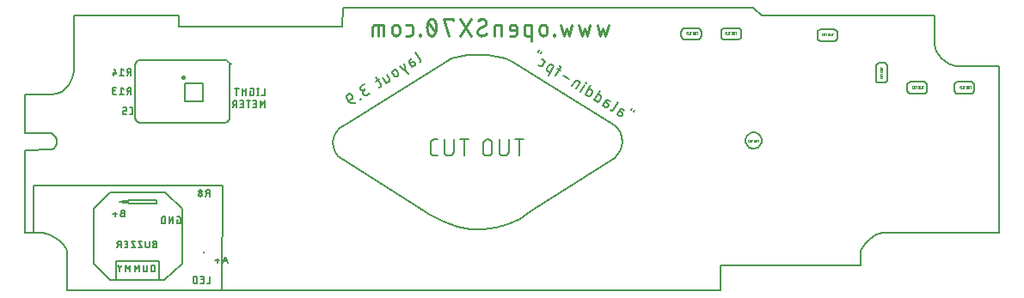
<source format=gbo>
G75*
%MOIN*%
%OFA0B0*%
%FSLAX25Y25*%
%IPPOS*%
%LPD*%
%AMOC8*
5,1,8,0,0,1.08239X$1,22.5*
%
%ADD10C,0.00600*%
%ADD11C,0.00500*%
%ADD12C,0.00800*%
%ADD13C,0.00000*%
%ADD14C,0.01100*%
%ADD15R,0.00787X0.00787*%
%ADD16C,0.01200*%
D10*
X0017703Y0038877D02*
X0017703Y0053068D01*
X0017473Y0054223D01*
X0016826Y0055511D01*
X0015826Y0056843D01*
X0014540Y0058131D01*
X0013031Y0059287D01*
X0011367Y0060221D01*
X0009609Y0060847D01*
X0007826Y0061075D01*
X0001300Y0061075D01*
X0001300Y0093285D01*
X0011489Y0093363D01*
X0012380Y0093845D01*
X0013016Y0094600D01*
X0013395Y0095536D01*
X0013520Y0096561D01*
X0013391Y0097585D01*
X0013008Y0098513D01*
X0012374Y0099256D01*
X0011489Y0099720D01*
X0001300Y0099735D01*
X0001300Y0114803D02*
X0011489Y0114803D01*
X0013651Y0115090D01*
X0015486Y0115887D01*
X0017005Y0117096D01*
X0018220Y0118620D01*
X0019144Y0120362D01*
X0019789Y0122225D01*
X0020167Y0124111D01*
X0020291Y0125924D01*
X0020291Y0145461D01*
X0045202Y0128078D02*
X0045592Y0128199D01*
X0046011Y0128242D01*
X0078563Y0128242D01*
X0078982Y0128199D01*
X0079372Y0128078D01*
X0079726Y0127885D01*
X0080035Y0127630D01*
X0080289Y0127321D01*
X0080482Y0126968D01*
X0080604Y0126577D01*
X0080646Y0126159D01*
X0080646Y0105976D01*
X0080604Y0105558D01*
X0080482Y0105167D01*
X0080289Y0104813D01*
X0080035Y0104505D01*
X0079726Y0104250D01*
X0079372Y0104057D01*
X0078982Y0103935D01*
X0078563Y0103893D01*
X0046011Y0103893D01*
X0045592Y0103935D01*
X0045202Y0104057D01*
X0044848Y0104250D01*
X0044539Y0104505D01*
X0044285Y0104813D01*
X0044092Y0105167D01*
X0043970Y0105558D01*
X0043928Y0105976D01*
X0043928Y0126159D01*
X0043970Y0126577D01*
X0044092Y0126968D01*
X0044285Y0127321D01*
X0044539Y0127630D01*
X0044848Y0127885D01*
X0045202Y0128078D01*
X0042272Y0124858D02*
X0041550Y0124858D01*
X0042272Y0124858D02*
X0042272Y0122258D01*
X0042272Y0123414D02*
X0041550Y0123414D01*
X0041405Y0123414D02*
X0040827Y0122258D01*
X0039423Y0122258D02*
X0037978Y0122258D01*
X0038701Y0122258D02*
X0038701Y0124858D01*
X0039423Y0124281D01*
X0041550Y0124858D02*
X0041497Y0124856D01*
X0041445Y0124850D01*
X0041393Y0124841D01*
X0041342Y0124827D01*
X0041292Y0124810D01*
X0041244Y0124790D01*
X0041197Y0124766D01*
X0041152Y0124738D01*
X0041109Y0124707D01*
X0041068Y0124674D01*
X0041030Y0124637D01*
X0040995Y0124598D01*
X0040963Y0124556D01*
X0040934Y0124512D01*
X0040908Y0124466D01*
X0040886Y0124418D01*
X0040867Y0124369D01*
X0040851Y0124319D01*
X0040840Y0124267D01*
X0040832Y0124215D01*
X0040828Y0124162D01*
X0040828Y0124110D01*
X0040832Y0124057D01*
X0040840Y0124005D01*
X0040851Y0123953D01*
X0040867Y0123903D01*
X0040886Y0123854D01*
X0040908Y0123806D01*
X0040934Y0123760D01*
X0040963Y0123716D01*
X0040995Y0123674D01*
X0041030Y0123635D01*
X0041068Y0123598D01*
X0041109Y0123565D01*
X0041152Y0123534D01*
X0041197Y0123506D01*
X0041244Y0123482D01*
X0041292Y0123462D01*
X0041342Y0123445D01*
X0041393Y0123431D01*
X0041445Y0123422D01*
X0041497Y0123416D01*
X0041550Y0123414D01*
X0036543Y0122836D02*
X0035965Y0124858D01*
X0035532Y0123414D02*
X0035532Y0122258D01*
X0035098Y0122836D02*
X0036543Y0122836D01*
X0036543Y0117483D02*
X0035676Y0117483D01*
X0035676Y0117484D02*
X0035629Y0117482D01*
X0035583Y0117477D01*
X0035538Y0117467D01*
X0035493Y0117454D01*
X0035449Y0117438D01*
X0035407Y0117418D01*
X0035367Y0117395D01*
X0035329Y0117368D01*
X0035293Y0117339D01*
X0035259Y0117306D01*
X0035228Y0117272D01*
X0035200Y0117234D01*
X0035175Y0117195D01*
X0035154Y0117154D01*
X0035136Y0117111D01*
X0035121Y0117067D01*
X0035110Y0117022D01*
X0035102Y0116976D01*
X0035098Y0116929D01*
X0035098Y0116883D01*
X0035102Y0116836D01*
X0035110Y0116790D01*
X0035121Y0116745D01*
X0035136Y0116701D01*
X0035154Y0116658D01*
X0035175Y0116617D01*
X0035200Y0116578D01*
X0035228Y0116540D01*
X0035259Y0116506D01*
X0035293Y0116473D01*
X0035329Y0116444D01*
X0035367Y0116417D01*
X0035407Y0116394D01*
X0035449Y0116374D01*
X0035493Y0116358D01*
X0035538Y0116345D01*
X0035583Y0116335D01*
X0035629Y0116330D01*
X0035676Y0116328D01*
X0036254Y0116328D01*
X0035821Y0116328D02*
X0035768Y0116326D01*
X0035716Y0116320D01*
X0035664Y0116311D01*
X0035613Y0116297D01*
X0035563Y0116280D01*
X0035515Y0116260D01*
X0035468Y0116236D01*
X0035423Y0116208D01*
X0035380Y0116177D01*
X0035339Y0116144D01*
X0035301Y0116107D01*
X0035266Y0116068D01*
X0035234Y0116026D01*
X0035205Y0115982D01*
X0035179Y0115936D01*
X0035157Y0115888D01*
X0035138Y0115839D01*
X0035122Y0115789D01*
X0035111Y0115737D01*
X0035103Y0115685D01*
X0035099Y0115632D01*
X0035099Y0115580D01*
X0035103Y0115527D01*
X0035111Y0115475D01*
X0035122Y0115423D01*
X0035138Y0115373D01*
X0035157Y0115324D01*
X0035179Y0115276D01*
X0035205Y0115230D01*
X0035234Y0115186D01*
X0035266Y0115144D01*
X0035301Y0115105D01*
X0035339Y0115068D01*
X0035380Y0115035D01*
X0035423Y0115004D01*
X0035468Y0114976D01*
X0035515Y0114952D01*
X0035563Y0114932D01*
X0035613Y0114915D01*
X0035664Y0114901D01*
X0035716Y0114892D01*
X0035768Y0114886D01*
X0035821Y0114884D01*
X0035821Y0114883D02*
X0036543Y0114883D01*
X0037978Y0114883D02*
X0039423Y0114883D01*
X0038701Y0114883D02*
X0038701Y0117483D01*
X0039423Y0116906D01*
X0041550Y0117483D02*
X0041497Y0117481D01*
X0041445Y0117475D01*
X0041393Y0117466D01*
X0041342Y0117452D01*
X0041292Y0117435D01*
X0041244Y0117415D01*
X0041197Y0117391D01*
X0041152Y0117363D01*
X0041109Y0117332D01*
X0041068Y0117299D01*
X0041030Y0117262D01*
X0040995Y0117223D01*
X0040963Y0117181D01*
X0040934Y0117137D01*
X0040908Y0117091D01*
X0040886Y0117043D01*
X0040867Y0116994D01*
X0040851Y0116944D01*
X0040840Y0116892D01*
X0040832Y0116840D01*
X0040828Y0116787D01*
X0040828Y0116735D01*
X0040832Y0116682D01*
X0040840Y0116630D01*
X0040851Y0116578D01*
X0040867Y0116528D01*
X0040886Y0116479D01*
X0040908Y0116431D01*
X0040934Y0116385D01*
X0040963Y0116341D01*
X0040995Y0116299D01*
X0041030Y0116260D01*
X0041068Y0116223D01*
X0041109Y0116190D01*
X0041152Y0116159D01*
X0041197Y0116131D01*
X0041244Y0116107D01*
X0041292Y0116087D01*
X0041342Y0116070D01*
X0041393Y0116056D01*
X0041445Y0116047D01*
X0041497Y0116041D01*
X0041550Y0116039D01*
X0042272Y0116039D01*
X0041405Y0116039D02*
X0040827Y0114883D01*
X0042272Y0114883D02*
X0042272Y0117483D01*
X0041550Y0117483D01*
X0041846Y0109733D02*
X0042423Y0109733D01*
X0042423Y0109734D02*
X0042471Y0109732D01*
X0042518Y0109726D01*
X0042565Y0109716D01*
X0042611Y0109703D01*
X0042655Y0109685D01*
X0042698Y0109664D01*
X0042739Y0109640D01*
X0042778Y0109612D01*
X0042814Y0109581D01*
X0042848Y0109547D01*
X0042879Y0109511D01*
X0042907Y0109472D01*
X0042931Y0109431D01*
X0042952Y0109388D01*
X0042970Y0109344D01*
X0042983Y0109298D01*
X0042993Y0109251D01*
X0042999Y0109204D01*
X0043001Y0109156D01*
X0043001Y0107711D01*
X0042999Y0107666D01*
X0042994Y0107621D01*
X0042985Y0107576D01*
X0042973Y0107532D01*
X0042957Y0107490D01*
X0042938Y0107449D01*
X0042916Y0107409D01*
X0042891Y0107371D01*
X0042863Y0107336D01*
X0042832Y0107302D01*
X0042798Y0107271D01*
X0042763Y0107243D01*
X0042725Y0107218D01*
X0042685Y0107196D01*
X0042644Y0107177D01*
X0042602Y0107161D01*
X0042558Y0107149D01*
X0042513Y0107140D01*
X0042468Y0107135D01*
X0042423Y0107133D01*
X0041846Y0107133D01*
X0040587Y0107133D02*
X0039720Y0107133D01*
X0039672Y0107135D01*
X0039625Y0107141D01*
X0039578Y0107151D01*
X0039532Y0107164D01*
X0039488Y0107182D01*
X0039445Y0107203D01*
X0039404Y0107227D01*
X0039365Y0107255D01*
X0039329Y0107286D01*
X0039295Y0107320D01*
X0039264Y0107356D01*
X0039236Y0107395D01*
X0039212Y0107436D01*
X0039191Y0107479D01*
X0039173Y0107523D01*
X0039160Y0107569D01*
X0039150Y0107616D01*
X0039144Y0107663D01*
X0039142Y0107711D01*
X0039143Y0107711D02*
X0039143Y0108000D01*
X0039142Y0108000D02*
X0039144Y0108045D01*
X0039149Y0108090D01*
X0039158Y0108135D01*
X0039170Y0108179D01*
X0039186Y0108221D01*
X0039205Y0108262D01*
X0039227Y0108302D01*
X0039252Y0108340D01*
X0039280Y0108375D01*
X0039311Y0108409D01*
X0039345Y0108440D01*
X0039380Y0108468D01*
X0039418Y0108493D01*
X0039458Y0108515D01*
X0039499Y0108534D01*
X0039541Y0108550D01*
X0039585Y0108562D01*
X0039630Y0108571D01*
X0039675Y0108576D01*
X0039720Y0108578D01*
X0040587Y0108578D01*
X0040587Y0109733D01*
X0039143Y0109733D01*
X0081775Y0109758D02*
X0082353Y0110914D01*
X0082497Y0110914D02*
X0083219Y0110914D01*
X0082497Y0110914D02*
X0082444Y0110916D01*
X0082392Y0110922D01*
X0082340Y0110931D01*
X0082289Y0110945D01*
X0082239Y0110962D01*
X0082191Y0110982D01*
X0082144Y0111006D01*
X0082099Y0111034D01*
X0082056Y0111065D01*
X0082015Y0111098D01*
X0081977Y0111135D01*
X0081942Y0111174D01*
X0081910Y0111216D01*
X0081881Y0111260D01*
X0081855Y0111306D01*
X0081833Y0111354D01*
X0081814Y0111403D01*
X0081798Y0111453D01*
X0081787Y0111505D01*
X0081779Y0111557D01*
X0081775Y0111610D01*
X0081775Y0111662D01*
X0081779Y0111715D01*
X0081787Y0111767D01*
X0081798Y0111819D01*
X0081814Y0111869D01*
X0081833Y0111918D01*
X0081855Y0111966D01*
X0081881Y0112012D01*
X0081910Y0112056D01*
X0081942Y0112098D01*
X0081977Y0112137D01*
X0082015Y0112174D01*
X0082056Y0112207D01*
X0082099Y0112238D01*
X0082144Y0112266D01*
X0082191Y0112290D01*
X0082239Y0112310D01*
X0082289Y0112327D01*
X0082340Y0112341D01*
X0082392Y0112350D01*
X0082444Y0112356D01*
X0082497Y0112358D01*
X0083219Y0112358D01*
X0083219Y0109758D01*
X0084581Y0109758D02*
X0085737Y0109758D01*
X0085737Y0112358D01*
X0084581Y0112358D01*
X0084870Y0111203D02*
X0085737Y0111203D01*
X0087086Y0112358D02*
X0088530Y0112358D01*
X0087808Y0112358D02*
X0087808Y0109758D01*
X0089573Y0109758D02*
X0090729Y0109758D01*
X0090729Y0112358D01*
X0089573Y0112358D01*
X0089862Y0111203D02*
X0090729Y0111203D01*
X0092414Y0112358D02*
X0093280Y0110914D01*
X0094147Y0112358D01*
X0094147Y0109758D01*
X0092414Y0109758D02*
X0092414Y0112358D01*
X0091899Y0114558D02*
X0091321Y0114558D01*
X0091610Y0114558D02*
X0091610Y0117158D01*
X0091899Y0117158D02*
X0091321Y0117158D01*
X0089932Y0116581D02*
X0089932Y0115136D01*
X0089933Y0115136D02*
X0089931Y0115091D01*
X0089926Y0115046D01*
X0089917Y0115001D01*
X0089905Y0114957D01*
X0089889Y0114915D01*
X0089870Y0114874D01*
X0089848Y0114834D01*
X0089823Y0114796D01*
X0089795Y0114761D01*
X0089764Y0114727D01*
X0089730Y0114696D01*
X0089695Y0114668D01*
X0089657Y0114643D01*
X0089617Y0114621D01*
X0089576Y0114602D01*
X0089534Y0114586D01*
X0089490Y0114574D01*
X0089445Y0114565D01*
X0089400Y0114560D01*
X0089355Y0114558D01*
X0088488Y0114558D01*
X0088488Y0116003D01*
X0088921Y0116003D01*
X0089933Y0116581D02*
X0089931Y0116629D01*
X0089925Y0116676D01*
X0089915Y0116723D01*
X0089902Y0116769D01*
X0089884Y0116813D01*
X0089863Y0116856D01*
X0089839Y0116897D01*
X0089811Y0116936D01*
X0089780Y0116972D01*
X0089746Y0117006D01*
X0089710Y0117037D01*
X0089671Y0117065D01*
X0089630Y0117089D01*
X0089587Y0117110D01*
X0089543Y0117128D01*
X0089497Y0117141D01*
X0089450Y0117151D01*
X0089403Y0117157D01*
X0089355Y0117159D01*
X0089355Y0117158D02*
X0088488Y0117158D01*
X0086860Y0117158D02*
X0086860Y0114558D01*
X0085416Y0114558D02*
X0085416Y0117158D01*
X0085416Y0116003D02*
X0086860Y0116003D01*
X0084076Y0117158D02*
X0082632Y0117158D01*
X0083354Y0117158D02*
X0083354Y0114558D01*
X0092991Y0114558D02*
X0094147Y0114558D01*
X0094147Y0117158D01*
X0081104Y0126577D02*
X0080982Y0126968D01*
X0060762Y0141013D02*
X0124178Y0141164D01*
X0124439Y0148568D01*
X0283611Y0148568D01*
X0286803Y0145461D01*
X0353849Y0145461D01*
X0353872Y0134183D01*
X0354104Y0132969D01*
X0354668Y0131631D01*
X0355516Y0130256D01*
X0356599Y0128933D01*
X0357869Y0127750D01*
X0359276Y0126796D01*
X0360773Y0126160D01*
X0362309Y0125929D01*
X0362585Y0125935D01*
X0378794Y0125924D01*
X0378794Y0061075D01*
X0333600Y0061075D01*
X0332610Y0060907D01*
X0331351Y0060421D01*
X0329946Y0059641D01*
X0328519Y0058595D01*
X0327194Y0057307D01*
X0326094Y0055804D01*
X0325344Y0054111D01*
X0325066Y0052254D01*
X0325066Y0048361D01*
X0270858Y0048361D01*
X0270858Y0038877D01*
X0017703Y0038877D01*
X0037965Y0046008D02*
X0037965Y0047381D01*
X0037098Y0048608D01*
X0037965Y0047381D02*
X0038831Y0048608D01*
X0040266Y0048608D02*
X0041133Y0047164D01*
X0041999Y0048608D01*
X0041999Y0046008D01*
X0043722Y0046008D02*
X0043722Y0048608D01*
X0044589Y0047164D01*
X0045455Y0048608D01*
X0045455Y0046008D01*
X0047130Y0046731D02*
X0047130Y0048608D01*
X0048575Y0048608D02*
X0048575Y0046731D01*
X0048573Y0046678D01*
X0048567Y0046626D01*
X0048558Y0046574D01*
X0048544Y0046523D01*
X0048527Y0046473D01*
X0048507Y0046425D01*
X0048483Y0046378D01*
X0048455Y0046333D01*
X0048424Y0046290D01*
X0048391Y0046249D01*
X0048354Y0046211D01*
X0048315Y0046176D01*
X0048273Y0046144D01*
X0048229Y0046115D01*
X0048183Y0046089D01*
X0048135Y0046067D01*
X0048086Y0046048D01*
X0048036Y0046032D01*
X0047984Y0046021D01*
X0047932Y0046013D01*
X0047879Y0046009D01*
X0047827Y0046009D01*
X0047774Y0046013D01*
X0047722Y0046021D01*
X0047670Y0046032D01*
X0047620Y0046048D01*
X0047571Y0046067D01*
X0047523Y0046089D01*
X0047477Y0046115D01*
X0047433Y0046144D01*
X0047391Y0046176D01*
X0047352Y0046211D01*
X0047315Y0046249D01*
X0047282Y0046290D01*
X0047251Y0046333D01*
X0047223Y0046378D01*
X0047199Y0046425D01*
X0047179Y0046473D01*
X0047162Y0046523D01*
X0047148Y0046574D01*
X0047139Y0046626D01*
X0047133Y0046678D01*
X0047131Y0046731D01*
X0050202Y0046731D02*
X0050202Y0047886D01*
X0050203Y0047886D02*
X0050205Y0047938D01*
X0050210Y0047989D01*
X0050219Y0048039D01*
X0050232Y0048089D01*
X0050249Y0048138D01*
X0050268Y0048186D01*
X0050291Y0048232D01*
X0050318Y0048276D01*
X0050347Y0048319D01*
X0050379Y0048359D01*
X0050414Y0048397D01*
X0050452Y0048432D01*
X0050492Y0048464D01*
X0050535Y0048493D01*
X0050579Y0048520D01*
X0050625Y0048543D01*
X0050673Y0048562D01*
X0050722Y0048579D01*
X0050772Y0048592D01*
X0050822Y0048601D01*
X0050873Y0048606D01*
X0050925Y0048608D01*
X0051647Y0048608D01*
X0051647Y0046008D01*
X0050925Y0046008D01*
X0050925Y0046009D02*
X0050873Y0046011D01*
X0050822Y0046016D01*
X0050772Y0046025D01*
X0050722Y0046038D01*
X0050673Y0046055D01*
X0050625Y0046074D01*
X0050579Y0046097D01*
X0050535Y0046124D01*
X0050492Y0046153D01*
X0050452Y0046185D01*
X0050414Y0046220D01*
X0050379Y0046258D01*
X0050347Y0046298D01*
X0050318Y0046341D01*
X0050291Y0046385D01*
X0050268Y0046431D01*
X0050249Y0046479D01*
X0050232Y0046528D01*
X0050219Y0046578D01*
X0050210Y0046628D01*
X0050205Y0046679D01*
X0050203Y0046731D01*
X0040266Y0046008D02*
X0040266Y0048608D01*
X0039850Y0055383D02*
X0041006Y0055383D01*
X0041006Y0057983D01*
X0039850Y0057983D01*
X0040139Y0056828D02*
X0041006Y0056828D01*
X0042451Y0057983D02*
X0043895Y0055383D01*
X0042451Y0055383D01*
X0042451Y0057983D02*
X0043895Y0057983D01*
X0045139Y0057983D02*
X0046583Y0055383D01*
X0045139Y0055383D01*
X0045139Y0057983D02*
X0046583Y0057983D01*
X0048019Y0057983D02*
X0048019Y0056106D01*
X0048021Y0056053D01*
X0048027Y0056001D01*
X0048036Y0055949D01*
X0048050Y0055898D01*
X0048067Y0055848D01*
X0048087Y0055800D01*
X0048111Y0055753D01*
X0048139Y0055708D01*
X0048170Y0055665D01*
X0048203Y0055624D01*
X0048240Y0055586D01*
X0048279Y0055551D01*
X0048321Y0055519D01*
X0048365Y0055490D01*
X0048411Y0055464D01*
X0048459Y0055442D01*
X0048508Y0055423D01*
X0048558Y0055407D01*
X0048610Y0055396D01*
X0048662Y0055388D01*
X0048715Y0055384D01*
X0048767Y0055384D01*
X0048820Y0055388D01*
X0048872Y0055396D01*
X0048924Y0055407D01*
X0048974Y0055423D01*
X0049023Y0055442D01*
X0049071Y0055464D01*
X0049117Y0055490D01*
X0049161Y0055519D01*
X0049203Y0055551D01*
X0049242Y0055586D01*
X0049279Y0055624D01*
X0049312Y0055665D01*
X0049343Y0055708D01*
X0049371Y0055753D01*
X0049395Y0055800D01*
X0049415Y0055848D01*
X0049432Y0055898D01*
X0049446Y0055949D01*
X0049455Y0056001D01*
X0049461Y0056053D01*
X0049463Y0056106D01*
X0049463Y0057983D01*
X0051550Y0057983D02*
X0052272Y0057983D01*
X0052272Y0055383D01*
X0051550Y0055383D01*
X0051550Y0055384D02*
X0051497Y0055386D01*
X0051445Y0055392D01*
X0051393Y0055401D01*
X0051342Y0055415D01*
X0051292Y0055432D01*
X0051244Y0055452D01*
X0051197Y0055476D01*
X0051152Y0055504D01*
X0051109Y0055535D01*
X0051068Y0055568D01*
X0051030Y0055605D01*
X0050995Y0055644D01*
X0050963Y0055686D01*
X0050934Y0055730D01*
X0050908Y0055776D01*
X0050886Y0055824D01*
X0050867Y0055873D01*
X0050851Y0055923D01*
X0050840Y0055975D01*
X0050832Y0056027D01*
X0050828Y0056080D01*
X0050828Y0056132D01*
X0050832Y0056185D01*
X0050840Y0056237D01*
X0050851Y0056289D01*
X0050867Y0056339D01*
X0050886Y0056388D01*
X0050908Y0056436D01*
X0050934Y0056482D01*
X0050963Y0056526D01*
X0050995Y0056568D01*
X0051030Y0056607D01*
X0051068Y0056644D01*
X0051109Y0056677D01*
X0051152Y0056708D01*
X0051197Y0056736D01*
X0051244Y0056760D01*
X0051292Y0056780D01*
X0051342Y0056797D01*
X0051393Y0056811D01*
X0051445Y0056820D01*
X0051497Y0056826D01*
X0051550Y0056828D01*
X0052272Y0056828D01*
X0051550Y0056828D02*
X0051503Y0056830D01*
X0051457Y0056835D01*
X0051412Y0056845D01*
X0051367Y0056858D01*
X0051323Y0056874D01*
X0051281Y0056894D01*
X0051241Y0056917D01*
X0051203Y0056944D01*
X0051167Y0056973D01*
X0051133Y0057006D01*
X0051102Y0057040D01*
X0051074Y0057078D01*
X0051049Y0057117D01*
X0051028Y0057158D01*
X0051010Y0057201D01*
X0050995Y0057245D01*
X0050984Y0057290D01*
X0050976Y0057336D01*
X0050972Y0057383D01*
X0050972Y0057429D01*
X0050976Y0057476D01*
X0050984Y0057522D01*
X0050995Y0057567D01*
X0051010Y0057611D01*
X0051028Y0057654D01*
X0051049Y0057695D01*
X0051074Y0057734D01*
X0051102Y0057772D01*
X0051133Y0057806D01*
X0051167Y0057839D01*
X0051203Y0057868D01*
X0051241Y0057895D01*
X0051281Y0057918D01*
X0051323Y0057938D01*
X0051367Y0057954D01*
X0051412Y0057967D01*
X0051457Y0057977D01*
X0051503Y0057982D01*
X0051550Y0057984D01*
X0054781Y0064758D02*
X0055503Y0064758D01*
X0055503Y0067358D01*
X0054781Y0067358D01*
X0054729Y0067356D01*
X0054678Y0067351D01*
X0054628Y0067342D01*
X0054578Y0067329D01*
X0054529Y0067312D01*
X0054481Y0067293D01*
X0054435Y0067270D01*
X0054391Y0067243D01*
X0054348Y0067214D01*
X0054308Y0067182D01*
X0054270Y0067147D01*
X0054235Y0067109D01*
X0054203Y0067069D01*
X0054174Y0067026D01*
X0054147Y0066982D01*
X0054124Y0066936D01*
X0054105Y0066888D01*
X0054088Y0066839D01*
X0054075Y0066789D01*
X0054066Y0066739D01*
X0054061Y0066688D01*
X0054059Y0066636D01*
X0054058Y0066636D02*
X0054058Y0065481D01*
X0054059Y0065481D02*
X0054061Y0065429D01*
X0054066Y0065378D01*
X0054075Y0065328D01*
X0054088Y0065278D01*
X0054105Y0065229D01*
X0054124Y0065181D01*
X0054147Y0065135D01*
X0054174Y0065091D01*
X0054203Y0065048D01*
X0054235Y0065008D01*
X0054270Y0064970D01*
X0054308Y0064935D01*
X0054348Y0064903D01*
X0054391Y0064874D01*
X0054435Y0064847D01*
X0054481Y0064824D01*
X0054529Y0064805D01*
X0054578Y0064788D01*
X0054628Y0064775D01*
X0054678Y0064766D01*
X0054729Y0064761D01*
X0054781Y0064759D01*
X0057130Y0064758D02*
X0057130Y0067358D01*
X0058575Y0067358D02*
X0057130Y0064758D01*
X0058575Y0064758D02*
X0058575Y0067358D01*
X0060202Y0067358D02*
X0061069Y0067358D01*
X0061069Y0067359D02*
X0061117Y0067357D01*
X0061164Y0067351D01*
X0061211Y0067341D01*
X0061257Y0067328D01*
X0061301Y0067310D01*
X0061344Y0067289D01*
X0061385Y0067265D01*
X0061424Y0067237D01*
X0061460Y0067206D01*
X0061494Y0067172D01*
X0061525Y0067136D01*
X0061553Y0067097D01*
X0061577Y0067056D01*
X0061598Y0067013D01*
X0061616Y0066969D01*
X0061629Y0066923D01*
X0061639Y0066876D01*
X0061645Y0066829D01*
X0061647Y0066781D01*
X0061647Y0065336D01*
X0061645Y0065291D01*
X0061640Y0065246D01*
X0061631Y0065201D01*
X0061619Y0065157D01*
X0061603Y0065115D01*
X0061584Y0065074D01*
X0061562Y0065034D01*
X0061537Y0064996D01*
X0061509Y0064961D01*
X0061478Y0064927D01*
X0061444Y0064896D01*
X0061409Y0064868D01*
X0061371Y0064843D01*
X0061331Y0064821D01*
X0061290Y0064802D01*
X0061248Y0064786D01*
X0061204Y0064774D01*
X0061159Y0064765D01*
X0061114Y0064760D01*
X0061069Y0064758D01*
X0060202Y0064758D01*
X0060202Y0066203D01*
X0060636Y0066203D01*
X0068497Y0076031D02*
X0068499Y0075978D01*
X0068505Y0075926D01*
X0068514Y0075874D01*
X0068528Y0075823D01*
X0068545Y0075773D01*
X0068565Y0075725D01*
X0068589Y0075678D01*
X0068617Y0075633D01*
X0068648Y0075590D01*
X0068681Y0075549D01*
X0068718Y0075511D01*
X0068757Y0075476D01*
X0068799Y0075444D01*
X0068843Y0075415D01*
X0068889Y0075389D01*
X0068937Y0075367D01*
X0068986Y0075348D01*
X0069036Y0075332D01*
X0069088Y0075321D01*
X0069140Y0075313D01*
X0069193Y0075309D01*
X0069245Y0075309D01*
X0069298Y0075313D01*
X0069350Y0075321D01*
X0069402Y0075332D01*
X0069452Y0075348D01*
X0069501Y0075367D01*
X0069549Y0075389D01*
X0069595Y0075415D01*
X0069639Y0075444D01*
X0069681Y0075476D01*
X0069720Y0075511D01*
X0069757Y0075549D01*
X0069790Y0075590D01*
X0069821Y0075633D01*
X0069849Y0075678D01*
X0069873Y0075725D01*
X0069893Y0075773D01*
X0069910Y0075823D01*
X0069924Y0075874D01*
X0069933Y0075926D01*
X0069939Y0075978D01*
X0069941Y0076031D01*
X0069939Y0076084D01*
X0069933Y0076136D01*
X0069924Y0076188D01*
X0069910Y0076239D01*
X0069893Y0076289D01*
X0069873Y0076337D01*
X0069849Y0076384D01*
X0069821Y0076429D01*
X0069790Y0076472D01*
X0069757Y0076513D01*
X0069720Y0076551D01*
X0069681Y0076586D01*
X0069639Y0076618D01*
X0069595Y0076647D01*
X0069549Y0076673D01*
X0069501Y0076695D01*
X0069452Y0076714D01*
X0069402Y0076730D01*
X0069350Y0076741D01*
X0069298Y0076749D01*
X0069245Y0076753D01*
X0069193Y0076753D01*
X0069140Y0076749D01*
X0069088Y0076741D01*
X0069036Y0076730D01*
X0068986Y0076714D01*
X0068937Y0076695D01*
X0068889Y0076673D01*
X0068843Y0076647D01*
X0068799Y0076618D01*
X0068757Y0076586D01*
X0068718Y0076551D01*
X0068681Y0076513D01*
X0068648Y0076472D01*
X0068617Y0076429D01*
X0068589Y0076384D01*
X0068565Y0076337D01*
X0068545Y0076289D01*
X0068528Y0076239D01*
X0068514Y0076188D01*
X0068505Y0076136D01*
X0068499Y0076084D01*
X0068497Y0076031D01*
X0068641Y0077331D02*
X0068643Y0077284D01*
X0068648Y0077238D01*
X0068658Y0077193D01*
X0068671Y0077148D01*
X0068687Y0077104D01*
X0068707Y0077062D01*
X0068730Y0077022D01*
X0068757Y0076984D01*
X0068786Y0076948D01*
X0068819Y0076914D01*
X0068853Y0076883D01*
X0068891Y0076855D01*
X0068930Y0076830D01*
X0068971Y0076809D01*
X0069014Y0076791D01*
X0069058Y0076776D01*
X0069103Y0076765D01*
X0069149Y0076757D01*
X0069196Y0076753D01*
X0069242Y0076753D01*
X0069289Y0076757D01*
X0069335Y0076765D01*
X0069380Y0076776D01*
X0069424Y0076791D01*
X0069467Y0076809D01*
X0069508Y0076830D01*
X0069547Y0076855D01*
X0069585Y0076883D01*
X0069619Y0076914D01*
X0069652Y0076948D01*
X0069681Y0076984D01*
X0069708Y0077022D01*
X0069731Y0077062D01*
X0069751Y0077104D01*
X0069767Y0077148D01*
X0069780Y0077193D01*
X0069790Y0077238D01*
X0069795Y0077284D01*
X0069797Y0077331D01*
X0069795Y0077378D01*
X0069790Y0077424D01*
X0069780Y0077469D01*
X0069767Y0077514D01*
X0069751Y0077558D01*
X0069731Y0077600D01*
X0069708Y0077640D01*
X0069681Y0077678D01*
X0069652Y0077714D01*
X0069619Y0077748D01*
X0069585Y0077779D01*
X0069547Y0077807D01*
X0069508Y0077832D01*
X0069467Y0077853D01*
X0069424Y0077871D01*
X0069380Y0077886D01*
X0069335Y0077897D01*
X0069289Y0077905D01*
X0069242Y0077909D01*
X0069196Y0077909D01*
X0069149Y0077905D01*
X0069103Y0077897D01*
X0069058Y0077886D01*
X0069014Y0077871D01*
X0068971Y0077853D01*
X0068930Y0077832D01*
X0068891Y0077807D01*
X0068853Y0077779D01*
X0068819Y0077748D01*
X0068786Y0077714D01*
X0068757Y0077678D01*
X0068730Y0077640D01*
X0068707Y0077600D01*
X0068687Y0077558D01*
X0068671Y0077514D01*
X0068658Y0077469D01*
X0068648Y0077424D01*
X0068643Y0077378D01*
X0068641Y0077331D01*
X0071346Y0075308D02*
X0071924Y0076464D01*
X0072068Y0076464D02*
X0072790Y0076464D01*
X0072068Y0076464D02*
X0072015Y0076466D01*
X0071963Y0076472D01*
X0071911Y0076481D01*
X0071860Y0076495D01*
X0071810Y0076512D01*
X0071762Y0076532D01*
X0071715Y0076556D01*
X0071670Y0076584D01*
X0071627Y0076615D01*
X0071586Y0076648D01*
X0071548Y0076685D01*
X0071513Y0076724D01*
X0071481Y0076766D01*
X0071452Y0076810D01*
X0071426Y0076856D01*
X0071404Y0076904D01*
X0071385Y0076953D01*
X0071369Y0077003D01*
X0071358Y0077055D01*
X0071350Y0077107D01*
X0071346Y0077160D01*
X0071346Y0077212D01*
X0071350Y0077265D01*
X0071358Y0077317D01*
X0071369Y0077369D01*
X0071385Y0077419D01*
X0071404Y0077468D01*
X0071426Y0077516D01*
X0071452Y0077562D01*
X0071481Y0077606D01*
X0071513Y0077648D01*
X0071548Y0077687D01*
X0071586Y0077724D01*
X0071627Y0077757D01*
X0071670Y0077788D01*
X0071715Y0077816D01*
X0071762Y0077840D01*
X0071810Y0077860D01*
X0071860Y0077877D01*
X0071911Y0077891D01*
X0071963Y0077900D01*
X0072015Y0077906D01*
X0072068Y0077908D01*
X0072790Y0077908D01*
X0072790Y0075308D01*
X0077717Y0079347D02*
X0077684Y0039347D01*
X0072897Y0041633D02*
X0071741Y0041633D01*
X0072897Y0041633D02*
X0072897Y0044233D01*
X0070401Y0044233D02*
X0070401Y0041633D01*
X0069245Y0041633D01*
X0067914Y0041633D02*
X0067192Y0041633D01*
X0067914Y0041633D02*
X0067914Y0044233D01*
X0067192Y0044233D01*
X0067140Y0044231D01*
X0067089Y0044226D01*
X0067039Y0044217D01*
X0066989Y0044204D01*
X0066940Y0044187D01*
X0066892Y0044168D01*
X0066846Y0044145D01*
X0066802Y0044118D01*
X0066759Y0044089D01*
X0066719Y0044057D01*
X0066681Y0044022D01*
X0066646Y0043984D01*
X0066614Y0043944D01*
X0066585Y0043901D01*
X0066558Y0043857D01*
X0066535Y0043811D01*
X0066516Y0043763D01*
X0066499Y0043714D01*
X0066486Y0043664D01*
X0066477Y0043614D01*
X0066472Y0043563D01*
X0066470Y0043511D01*
X0066470Y0042356D01*
X0066472Y0042304D01*
X0066477Y0042253D01*
X0066486Y0042203D01*
X0066499Y0042153D01*
X0066516Y0042104D01*
X0066535Y0042056D01*
X0066558Y0042010D01*
X0066585Y0041966D01*
X0066614Y0041923D01*
X0066646Y0041883D01*
X0066681Y0041845D01*
X0066719Y0041810D01*
X0066759Y0041778D01*
X0066802Y0041749D01*
X0066846Y0041722D01*
X0066892Y0041699D01*
X0066940Y0041680D01*
X0066989Y0041663D01*
X0067039Y0041650D01*
X0067089Y0041641D01*
X0067140Y0041636D01*
X0067192Y0041634D01*
X0069534Y0043078D02*
X0070401Y0043078D01*
X0070401Y0044233D02*
X0069245Y0044233D01*
X0075833Y0049528D02*
X0075833Y0051261D01*
X0074967Y0050394D02*
X0076700Y0050394D01*
X0078255Y0050033D02*
X0079555Y0050033D01*
X0079772Y0049383D02*
X0078905Y0051983D01*
X0078039Y0049383D01*
X0038488Y0055383D02*
X0038488Y0057983D01*
X0037766Y0057983D01*
X0037713Y0057981D01*
X0037661Y0057975D01*
X0037609Y0057966D01*
X0037558Y0057952D01*
X0037508Y0057935D01*
X0037460Y0057915D01*
X0037413Y0057891D01*
X0037368Y0057863D01*
X0037325Y0057832D01*
X0037284Y0057799D01*
X0037246Y0057762D01*
X0037211Y0057723D01*
X0037179Y0057681D01*
X0037150Y0057637D01*
X0037124Y0057591D01*
X0037102Y0057543D01*
X0037083Y0057494D01*
X0037067Y0057444D01*
X0037056Y0057392D01*
X0037048Y0057340D01*
X0037044Y0057287D01*
X0037044Y0057235D01*
X0037048Y0057182D01*
X0037056Y0057130D01*
X0037067Y0057078D01*
X0037083Y0057028D01*
X0037102Y0056979D01*
X0037124Y0056931D01*
X0037150Y0056885D01*
X0037179Y0056841D01*
X0037211Y0056799D01*
X0037246Y0056760D01*
X0037284Y0056723D01*
X0037325Y0056690D01*
X0037368Y0056659D01*
X0037413Y0056631D01*
X0037460Y0056607D01*
X0037508Y0056587D01*
X0037558Y0056570D01*
X0037609Y0056556D01*
X0037661Y0056547D01*
X0037713Y0056541D01*
X0037766Y0056539D01*
X0038488Y0056539D01*
X0037622Y0056539D02*
X0037044Y0055383D01*
X0039050Y0067383D02*
X0039772Y0067383D01*
X0039772Y0069983D01*
X0039050Y0069983D01*
X0039050Y0069984D02*
X0039003Y0069982D01*
X0038957Y0069977D01*
X0038912Y0069967D01*
X0038867Y0069954D01*
X0038823Y0069938D01*
X0038781Y0069918D01*
X0038741Y0069895D01*
X0038703Y0069868D01*
X0038667Y0069839D01*
X0038633Y0069806D01*
X0038602Y0069772D01*
X0038574Y0069734D01*
X0038549Y0069695D01*
X0038528Y0069654D01*
X0038510Y0069611D01*
X0038495Y0069567D01*
X0038484Y0069522D01*
X0038476Y0069476D01*
X0038472Y0069429D01*
X0038472Y0069383D01*
X0038476Y0069336D01*
X0038484Y0069290D01*
X0038495Y0069245D01*
X0038510Y0069201D01*
X0038528Y0069158D01*
X0038549Y0069117D01*
X0038574Y0069078D01*
X0038602Y0069040D01*
X0038633Y0069006D01*
X0038667Y0068973D01*
X0038703Y0068944D01*
X0038741Y0068917D01*
X0038781Y0068894D01*
X0038823Y0068874D01*
X0038867Y0068858D01*
X0038912Y0068845D01*
X0038957Y0068835D01*
X0039003Y0068830D01*
X0039050Y0068828D01*
X0039772Y0068828D01*
X0039050Y0068828D02*
X0038997Y0068826D01*
X0038945Y0068820D01*
X0038893Y0068811D01*
X0038842Y0068797D01*
X0038792Y0068780D01*
X0038744Y0068760D01*
X0038697Y0068736D01*
X0038652Y0068708D01*
X0038609Y0068677D01*
X0038568Y0068644D01*
X0038530Y0068607D01*
X0038495Y0068568D01*
X0038463Y0068526D01*
X0038434Y0068482D01*
X0038408Y0068436D01*
X0038386Y0068388D01*
X0038367Y0068339D01*
X0038351Y0068289D01*
X0038340Y0068237D01*
X0038332Y0068185D01*
X0038328Y0068132D01*
X0038328Y0068080D01*
X0038332Y0068027D01*
X0038340Y0067975D01*
X0038351Y0067923D01*
X0038367Y0067873D01*
X0038386Y0067824D01*
X0038408Y0067776D01*
X0038434Y0067730D01*
X0038463Y0067686D01*
X0038495Y0067644D01*
X0038530Y0067605D01*
X0038568Y0067568D01*
X0038609Y0067535D01*
X0038652Y0067504D01*
X0038697Y0067476D01*
X0038744Y0067452D01*
X0038792Y0067432D01*
X0038842Y0067415D01*
X0038893Y0067401D01*
X0038945Y0067392D01*
X0038997Y0067386D01*
X0039050Y0067384D01*
X0037012Y0068394D02*
X0035278Y0068394D01*
X0036145Y0067528D02*
X0036145Y0069261D01*
X0004443Y0061576D02*
X0004409Y0079347D01*
X0077717Y0079347D01*
X0120878Y0094247D02*
X0121562Y0092486D01*
X0122690Y0090966D01*
X0124225Y0089783D01*
X0158265Y0068189D01*
X0163523Y0065449D01*
X0168754Y0063607D01*
X0173919Y0062628D01*
X0178974Y0062478D01*
X0183880Y0063119D01*
X0188596Y0064518D01*
X0193079Y0066639D01*
X0197289Y0069447D01*
X0229895Y0090159D01*
X0230978Y0091402D01*
X0231843Y0092915D01*
X0232442Y0094612D01*
X0232729Y0096404D01*
X0232659Y0098204D01*
X0232183Y0099923D01*
X0231257Y0101475D01*
X0229833Y0102771D01*
X0190100Y0127595D01*
X0187592Y0128804D01*
X0184372Y0129643D01*
X0180700Y0130126D01*
X0176836Y0130263D01*
X0173041Y0130067D01*
X0169574Y0129549D01*
X0166698Y0128721D01*
X0164671Y0127595D01*
X0125405Y0103236D01*
X0123317Y0101738D01*
X0121857Y0099993D01*
X0120989Y0098097D01*
X0120674Y0096150D01*
X0120878Y0094247D01*
X0158497Y0095986D02*
X0158497Y0092431D01*
X0158499Y0092357D01*
X0158505Y0092282D01*
X0158515Y0092209D01*
X0158528Y0092135D01*
X0158545Y0092063D01*
X0158567Y0091992D01*
X0158591Y0091921D01*
X0158620Y0091853D01*
X0158652Y0091785D01*
X0158688Y0091720D01*
X0158726Y0091657D01*
X0158769Y0091595D01*
X0158814Y0091536D01*
X0158862Y0091479D01*
X0158913Y0091425D01*
X0158967Y0091374D01*
X0159024Y0091326D01*
X0159083Y0091281D01*
X0159145Y0091238D01*
X0159208Y0091200D01*
X0159273Y0091164D01*
X0159341Y0091132D01*
X0159409Y0091103D01*
X0159480Y0091079D01*
X0159551Y0091057D01*
X0159623Y0091040D01*
X0159697Y0091027D01*
X0159770Y0091017D01*
X0159845Y0091011D01*
X0159919Y0091009D01*
X0159919Y0091008D02*
X0161341Y0091008D01*
X0163846Y0092786D02*
X0163846Y0097408D01*
X0161341Y0097408D02*
X0159919Y0097408D01*
X0159845Y0097406D01*
X0159770Y0097400D01*
X0159697Y0097390D01*
X0159623Y0097377D01*
X0159551Y0097360D01*
X0159480Y0097338D01*
X0159409Y0097314D01*
X0159341Y0097285D01*
X0159273Y0097253D01*
X0159208Y0097217D01*
X0159145Y0097179D01*
X0159083Y0097136D01*
X0159024Y0097091D01*
X0158967Y0097043D01*
X0158913Y0096992D01*
X0158862Y0096937D01*
X0158814Y0096881D01*
X0158769Y0096822D01*
X0158726Y0096760D01*
X0158688Y0096697D01*
X0158652Y0096632D01*
X0158620Y0096564D01*
X0158591Y0096496D01*
X0158567Y0096425D01*
X0158545Y0096354D01*
X0158528Y0096282D01*
X0158515Y0096208D01*
X0158505Y0096135D01*
X0158499Y0096060D01*
X0158497Y0095986D01*
X0163846Y0092786D02*
X0163848Y0092703D01*
X0163854Y0092620D01*
X0163864Y0092537D01*
X0163877Y0092454D01*
X0163895Y0092373D01*
X0163916Y0092292D01*
X0163941Y0092213D01*
X0163970Y0092135D01*
X0164002Y0092058D01*
X0164038Y0091983D01*
X0164077Y0091909D01*
X0164120Y0091838D01*
X0164166Y0091768D01*
X0164216Y0091701D01*
X0164268Y0091636D01*
X0164323Y0091574D01*
X0164382Y0091514D01*
X0164443Y0091457D01*
X0164506Y0091403D01*
X0164572Y0091352D01*
X0164641Y0091305D01*
X0164711Y0091260D01*
X0164784Y0091219D01*
X0164858Y0091182D01*
X0164934Y0091147D01*
X0165012Y0091117D01*
X0165090Y0091090D01*
X0165171Y0091067D01*
X0165252Y0091047D01*
X0165334Y0091032D01*
X0165416Y0091020D01*
X0165499Y0091012D01*
X0165582Y0091008D01*
X0165666Y0091008D01*
X0165749Y0091012D01*
X0165832Y0091020D01*
X0165914Y0091032D01*
X0165996Y0091047D01*
X0166077Y0091067D01*
X0166158Y0091090D01*
X0166236Y0091117D01*
X0166314Y0091147D01*
X0166390Y0091182D01*
X0166464Y0091219D01*
X0166537Y0091260D01*
X0166607Y0091305D01*
X0166676Y0091352D01*
X0166742Y0091403D01*
X0166805Y0091457D01*
X0166866Y0091514D01*
X0166925Y0091574D01*
X0166980Y0091636D01*
X0167032Y0091701D01*
X0167082Y0091768D01*
X0167128Y0091838D01*
X0167171Y0091909D01*
X0167210Y0091983D01*
X0167246Y0092058D01*
X0167278Y0092135D01*
X0167307Y0092213D01*
X0167332Y0092292D01*
X0167353Y0092373D01*
X0167371Y0092454D01*
X0167384Y0092537D01*
X0167394Y0092620D01*
X0167400Y0092703D01*
X0167402Y0092786D01*
X0167401Y0092786D02*
X0167401Y0097408D01*
X0169795Y0097408D02*
X0173350Y0097408D01*
X0171573Y0097408D02*
X0171573Y0091008D01*
X0178821Y0092786D02*
X0178821Y0095631D01*
X0178820Y0095631D02*
X0178822Y0095714D01*
X0178828Y0095797D01*
X0178838Y0095880D01*
X0178851Y0095963D01*
X0178869Y0096044D01*
X0178890Y0096125D01*
X0178915Y0096204D01*
X0178944Y0096282D01*
X0178976Y0096359D01*
X0179012Y0096434D01*
X0179051Y0096508D01*
X0179094Y0096579D01*
X0179140Y0096649D01*
X0179190Y0096716D01*
X0179242Y0096781D01*
X0179297Y0096843D01*
X0179356Y0096903D01*
X0179417Y0096960D01*
X0179480Y0097014D01*
X0179546Y0097065D01*
X0179615Y0097112D01*
X0179685Y0097157D01*
X0179758Y0097198D01*
X0179832Y0097235D01*
X0179908Y0097270D01*
X0179986Y0097300D01*
X0180064Y0097327D01*
X0180145Y0097350D01*
X0180226Y0097370D01*
X0180308Y0097385D01*
X0180390Y0097397D01*
X0180473Y0097405D01*
X0180556Y0097409D01*
X0180640Y0097409D01*
X0180723Y0097405D01*
X0180806Y0097397D01*
X0180888Y0097385D01*
X0180970Y0097370D01*
X0181051Y0097350D01*
X0181132Y0097327D01*
X0181210Y0097300D01*
X0181288Y0097270D01*
X0181364Y0097235D01*
X0181438Y0097198D01*
X0181511Y0097157D01*
X0181581Y0097112D01*
X0181650Y0097065D01*
X0181716Y0097014D01*
X0181779Y0096960D01*
X0181840Y0096903D01*
X0181899Y0096843D01*
X0181954Y0096781D01*
X0182006Y0096716D01*
X0182056Y0096649D01*
X0182102Y0096579D01*
X0182145Y0096508D01*
X0182184Y0096434D01*
X0182220Y0096359D01*
X0182252Y0096282D01*
X0182281Y0096204D01*
X0182306Y0096125D01*
X0182327Y0096044D01*
X0182345Y0095963D01*
X0182358Y0095880D01*
X0182368Y0095797D01*
X0182374Y0095714D01*
X0182376Y0095631D01*
X0182376Y0092786D01*
X0182374Y0092703D01*
X0182368Y0092620D01*
X0182358Y0092537D01*
X0182345Y0092454D01*
X0182327Y0092373D01*
X0182306Y0092292D01*
X0182281Y0092213D01*
X0182252Y0092135D01*
X0182220Y0092058D01*
X0182184Y0091983D01*
X0182145Y0091909D01*
X0182102Y0091838D01*
X0182056Y0091768D01*
X0182006Y0091701D01*
X0181954Y0091636D01*
X0181899Y0091574D01*
X0181840Y0091514D01*
X0181779Y0091457D01*
X0181716Y0091403D01*
X0181650Y0091352D01*
X0181581Y0091305D01*
X0181511Y0091260D01*
X0181438Y0091219D01*
X0181364Y0091182D01*
X0181288Y0091147D01*
X0181210Y0091117D01*
X0181132Y0091090D01*
X0181051Y0091067D01*
X0180970Y0091047D01*
X0180888Y0091032D01*
X0180806Y0091020D01*
X0180723Y0091012D01*
X0180640Y0091008D01*
X0180556Y0091008D01*
X0180473Y0091012D01*
X0180390Y0091020D01*
X0180308Y0091032D01*
X0180226Y0091047D01*
X0180145Y0091067D01*
X0180064Y0091090D01*
X0179986Y0091117D01*
X0179908Y0091147D01*
X0179832Y0091182D01*
X0179758Y0091219D01*
X0179685Y0091260D01*
X0179615Y0091305D01*
X0179546Y0091352D01*
X0179480Y0091403D01*
X0179417Y0091457D01*
X0179356Y0091514D01*
X0179297Y0091574D01*
X0179242Y0091636D01*
X0179190Y0091701D01*
X0179140Y0091768D01*
X0179094Y0091838D01*
X0179051Y0091909D01*
X0179012Y0091983D01*
X0178976Y0092058D01*
X0178944Y0092135D01*
X0178915Y0092213D01*
X0178890Y0092292D01*
X0178869Y0092373D01*
X0178851Y0092454D01*
X0178838Y0092537D01*
X0178828Y0092620D01*
X0178822Y0092703D01*
X0178820Y0092786D01*
X0185180Y0092786D02*
X0185180Y0097408D01*
X0188735Y0097408D02*
X0188735Y0092786D01*
X0188736Y0092786D02*
X0188734Y0092703D01*
X0188728Y0092620D01*
X0188718Y0092537D01*
X0188705Y0092454D01*
X0188687Y0092373D01*
X0188666Y0092292D01*
X0188641Y0092213D01*
X0188612Y0092135D01*
X0188580Y0092058D01*
X0188544Y0091983D01*
X0188505Y0091909D01*
X0188462Y0091838D01*
X0188416Y0091768D01*
X0188366Y0091701D01*
X0188314Y0091636D01*
X0188259Y0091574D01*
X0188200Y0091514D01*
X0188139Y0091457D01*
X0188076Y0091403D01*
X0188010Y0091352D01*
X0187941Y0091305D01*
X0187871Y0091260D01*
X0187798Y0091219D01*
X0187724Y0091182D01*
X0187648Y0091147D01*
X0187570Y0091117D01*
X0187492Y0091090D01*
X0187411Y0091067D01*
X0187330Y0091047D01*
X0187248Y0091032D01*
X0187166Y0091020D01*
X0187083Y0091012D01*
X0187000Y0091008D01*
X0186916Y0091008D01*
X0186833Y0091012D01*
X0186750Y0091020D01*
X0186668Y0091032D01*
X0186586Y0091047D01*
X0186505Y0091067D01*
X0186424Y0091090D01*
X0186346Y0091117D01*
X0186268Y0091147D01*
X0186192Y0091182D01*
X0186118Y0091219D01*
X0186045Y0091260D01*
X0185975Y0091305D01*
X0185906Y0091352D01*
X0185840Y0091403D01*
X0185777Y0091457D01*
X0185716Y0091514D01*
X0185657Y0091574D01*
X0185602Y0091636D01*
X0185550Y0091701D01*
X0185500Y0091768D01*
X0185454Y0091838D01*
X0185411Y0091909D01*
X0185372Y0091983D01*
X0185336Y0092058D01*
X0185304Y0092135D01*
X0185275Y0092213D01*
X0185250Y0092292D01*
X0185229Y0092373D01*
X0185211Y0092454D01*
X0185198Y0092537D01*
X0185188Y0092620D01*
X0185182Y0092703D01*
X0185180Y0092786D01*
X0191129Y0097408D02*
X0194684Y0097408D01*
X0192907Y0097408D02*
X0192907Y0091008D01*
X0280525Y0096924D02*
X0280586Y0096310D01*
X0280765Y0095719D01*
X0281056Y0095174D01*
X0281448Y0094697D01*
X0281925Y0094305D01*
X0282469Y0094014D01*
X0283060Y0093835D01*
X0283675Y0093774D01*
X0284289Y0093835D01*
X0284880Y0094014D01*
X0285425Y0094305D01*
X0285902Y0094697D01*
X0286294Y0095174D01*
X0286585Y0095719D01*
X0286764Y0096310D01*
X0286824Y0096924D01*
X0286764Y0097539D01*
X0286585Y0098129D01*
X0286294Y0098674D01*
X0285902Y0099151D01*
X0285425Y0099543D01*
X0284880Y0099834D01*
X0284289Y0100013D01*
X0283675Y0100074D01*
X0283060Y0100013D01*
X0282469Y0099834D01*
X0281925Y0099543D01*
X0281448Y0099151D01*
X0281056Y0098674D01*
X0280765Y0098129D01*
X0280586Y0097539D01*
X0280525Y0096924D01*
X0280589Y0097559D01*
X0280773Y0098150D01*
X0281063Y0098685D01*
X0281448Y0099151D01*
X0281914Y0099536D01*
X0282449Y0099826D01*
X0283040Y0100010D01*
X0283675Y0100074D01*
X0284309Y0100010D01*
X0284901Y0099826D01*
X0285436Y0099536D01*
X0285902Y0099151D01*
X0286287Y0098685D01*
X0286577Y0098150D01*
X0286760Y0097559D01*
X0286824Y0096924D01*
X0286760Y0096289D01*
X0286577Y0095698D01*
X0286287Y0095163D01*
X0285902Y0094697D01*
X0285436Y0094312D01*
X0284901Y0094022D01*
X0284309Y0093839D01*
X0283675Y0093774D01*
X0283040Y0093839D01*
X0282449Y0094022D01*
X0281914Y0094312D01*
X0281448Y0094697D01*
X0281063Y0095163D01*
X0280773Y0095698D01*
X0280589Y0096289D01*
X0280525Y0096924D01*
X0331167Y0120130D02*
X0331091Y0120375D01*
X0331064Y0120638D01*
X0331064Y0125715D01*
X0331091Y0125978D01*
X0331167Y0126223D01*
X0331288Y0126445D01*
X0331448Y0126639D01*
X0331642Y0126799D01*
X0331865Y0126920D01*
X0332109Y0126996D01*
X0332372Y0127023D01*
X0334256Y0127023D01*
X0334519Y0126996D01*
X0334765Y0126920D01*
X0334987Y0126799D01*
X0335181Y0126639D01*
X0335341Y0126445D01*
X0335462Y0126223D01*
X0335538Y0125978D01*
X0335565Y0125715D01*
X0335565Y0120638D01*
X0335538Y0120375D01*
X0335462Y0120130D01*
X0335341Y0119908D01*
X0335181Y0119714D01*
X0334987Y0119554D01*
X0334765Y0119433D01*
X0334519Y0119357D01*
X0334256Y0119330D01*
X0332372Y0119330D01*
X0332109Y0119357D01*
X0331865Y0119433D01*
X0331642Y0119554D01*
X0331448Y0119714D01*
X0331288Y0119908D01*
X0331167Y0120130D01*
X0343280Y0118639D02*
X0343356Y0118884D01*
X0343477Y0119106D01*
X0343637Y0119300D01*
X0343831Y0119460D01*
X0344053Y0119581D01*
X0344298Y0119658D01*
X0344561Y0119684D01*
X0349637Y0119684D01*
X0349900Y0119658D01*
X0350145Y0119581D01*
X0350368Y0119460D01*
X0350561Y0119300D01*
X0350722Y0119106D01*
X0350843Y0118884D01*
X0350919Y0118639D01*
X0350946Y0118376D01*
X0350946Y0116492D01*
X0350919Y0116229D01*
X0350843Y0115984D01*
X0350722Y0115761D01*
X0350561Y0115567D01*
X0350368Y0115407D01*
X0350145Y0115286D01*
X0349900Y0115210D01*
X0349637Y0115183D01*
X0344561Y0115183D01*
X0344298Y0115210D01*
X0344053Y0115286D01*
X0343831Y0115407D01*
X0343637Y0115567D01*
X0343477Y0115761D01*
X0343356Y0115984D01*
X0343280Y0116229D01*
X0343253Y0116492D01*
X0343253Y0118376D01*
X0343280Y0118639D01*
X0361576Y0118376D02*
X0361576Y0116492D01*
X0361603Y0116229D01*
X0361680Y0115984D01*
X0361800Y0115761D01*
X0361961Y0115567D01*
X0362154Y0115407D01*
X0362377Y0115286D01*
X0362622Y0115210D01*
X0362885Y0115183D01*
X0367961Y0115183D01*
X0368224Y0115210D01*
X0368469Y0115286D01*
X0368691Y0115407D01*
X0368885Y0115567D01*
X0369045Y0115761D01*
X0369166Y0115984D01*
X0369243Y0116229D01*
X0369269Y0116492D01*
X0369269Y0118376D01*
X0369243Y0118639D01*
X0369166Y0118884D01*
X0369045Y0119106D01*
X0368885Y0119300D01*
X0368691Y0119460D01*
X0368469Y0119581D01*
X0368224Y0119658D01*
X0367961Y0119684D01*
X0362885Y0119684D01*
X0362622Y0119658D01*
X0362377Y0119581D01*
X0362154Y0119460D01*
X0361961Y0119300D01*
X0361800Y0119106D01*
X0361680Y0118884D01*
X0361603Y0118639D01*
X0361576Y0118376D01*
X0316073Y0136382D02*
X0315952Y0136160D01*
X0315792Y0135966D01*
X0315598Y0135806D01*
X0315376Y0135685D01*
X0315131Y0135608D01*
X0314868Y0135582D01*
X0309791Y0135582D01*
X0309529Y0135608D01*
X0309283Y0135685D01*
X0309061Y0135806D01*
X0308868Y0135966D01*
X0308707Y0136160D01*
X0308587Y0136382D01*
X0308510Y0136627D01*
X0308483Y0136890D01*
X0308483Y0138774D01*
X0308510Y0139037D01*
X0308587Y0139282D01*
X0308707Y0139504D01*
X0308868Y0139698D01*
X0309061Y0139858D01*
X0309283Y0139979D01*
X0309529Y0140056D01*
X0309791Y0140082D01*
X0314868Y0140082D01*
X0315131Y0140056D01*
X0315376Y0139979D01*
X0315598Y0139858D01*
X0315792Y0139698D01*
X0315952Y0139504D01*
X0316073Y0139282D01*
X0316150Y0139037D01*
X0316176Y0138774D01*
X0316176Y0136890D01*
X0316150Y0136627D01*
X0316073Y0136382D01*
X0278828Y0137405D02*
X0278802Y0137142D01*
X0278725Y0136897D01*
X0278604Y0136675D01*
X0278444Y0136481D01*
X0278250Y0136321D01*
X0278028Y0136200D01*
X0277783Y0136123D01*
X0277520Y0136097D01*
X0272443Y0136097D01*
X0272181Y0136123D01*
X0271935Y0136200D01*
X0271713Y0136321D01*
X0271520Y0136481D01*
X0271359Y0136675D01*
X0271239Y0136897D01*
X0271162Y0137142D01*
X0271135Y0137405D01*
X0271135Y0139289D01*
X0271162Y0139552D01*
X0271239Y0139797D01*
X0271359Y0140020D01*
X0271520Y0140213D01*
X0271713Y0140374D01*
X0271935Y0140495D01*
X0272181Y0140571D01*
X0272443Y0140598D01*
X0277520Y0140598D01*
X0277783Y0140571D01*
X0278028Y0140495D01*
X0278250Y0140374D01*
X0278444Y0140213D01*
X0278604Y0140020D01*
X0278725Y0139797D01*
X0278802Y0139552D01*
X0278828Y0139289D01*
X0278828Y0137405D01*
X0263400Y0137405D02*
X0263374Y0137142D01*
X0263297Y0136897D01*
X0263176Y0136675D01*
X0263016Y0136481D01*
X0262822Y0136321D01*
X0262600Y0136200D01*
X0262355Y0136123D01*
X0262092Y0136097D01*
X0257016Y0136097D01*
X0256753Y0136123D01*
X0256508Y0136200D01*
X0256285Y0136321D01*
X0256092Y0136481D01*
X0255931Y0136675D01*
X0255811Y0136897D01*
X0255734Y0137142D01*
X0255707Y0137405D01*
X0255707Y0139289D01*
X0255734Y0139552D01*
X0255811Y0139797D01*
X0255931Y0140020D01*
X0256092Y0140213D01*
X0256285Y0140374D01*
X0256508Y0140495D01*
X0256753Y0140571D01*
X0257016Y0140598D01*
X0262092Y0140598D01*
X0262355Y0140571D01*
X0262600Y0140495D01*
X0262822Y0140374D01*
X0263016Y0140213D01*
X0263176Y0140020D01*
X0263297Y0139797D01*
X0263374Y0139552D01*
X0263400Y0139289D01*
X0263400Y0137405D01*
X0060762Y0141013D02*
X0060762Y0145461D01*
D11*
X0063154Y0119252D02*
X0063154Y0112165D01*
X0070240Y0112165D01*
X0070240Y0119252D01*
X0063154Y0119252D01*
X0001300Y0114803D02*
X0001300Y0099735D01*
X0027811Y0070350D02*
X0034341Y0076852D01*
X0055555Y0076852D01*
X0062065Y0070335D01*
X0062070Y0065404D01*
X0062080Y0070321D02*
X0062065Y0070335D01*
X0062080Y0070321D02*
X0062080Y0049085D01*
X0055211Y0042656D01*
X0034305Y0042656D01*
X0027832Y0049083D01*
X0027811Y0070350D01*
X0027816Y0065369D01*
X0027811Y0070350D02*
X0027811Y0070350D01*
X0037793Y0073232D02*
X0042523Y0072500D01*
X0052098Y0072500D01*
X0052098Y0073964D01*
X0042523Y0073964D01*
X0037793Y0073232D01*
X0036678Y0050068D02*
X0053214Y0050068D01*
X0053214Y0042769D01*
X0036678Y0042769D01*
X0036678Y0050068D01*
D12*
X0126696Y0112290D02*
X0126077Y0113280D01*
X0126043Y0113338D01*
X0126012Y0113399D01*
X0125985Y0113461D01*
X0125961Y0113524D01*
X0125942Y0113589D01*
X0125926Y0113655D01*
X0125913Y0113722D01*
X0125905Y0113790D01*
X0125901Y0113857D01*
X0125900Y0113925D01*
X0125904Y0113993D01*
X0125911Y0114060D01*
X0125923Y0114127D01*
X0125938Y0114193D01*
X0125957Y0114259D01*
X0125980Y0114323D01*
X0126006Y0114385D01*
X0126037Y0114446D01*
X0126070Y0114505D01*
X0126107Y0114562D01*
X0126147Y0114616D01*
X0126191Y0114669D01*
X0126237Y0114718D01*
X0126286Y0114765D01*
X0126338Y0114809D01*
X0126392Y0114850D01*
X0126449Y0114888D01*
X0126507Y0114922D01*
X0126568Y0114953D01*
X0126630Y0114980D01*
X0126693Y0115004D01*
X0126758Y0115023D01*
X0126824Y0115039D01*
X0126891Y0115052D01*
X0126959Y0115060D01*
X0127026Y0115064D01*
X0127094Y0115065D01*
X0127162Y0115061D01*
X0127229Y0115054D01*
X0127296Y0115042D01*
X0127362Y0115027D01*
X0127428Y0115008D01*
X0127492Y0114985D01*
X0127554Y0114959D01*
X0127615Y0114928D01*
X0127674Y0114895D01*
X0127731Y0114858D01*
X0127785Y0114818D01*
X0127838Y0114774D01*
X0127887Y0114728D01*
X0127934Y0114679D01*
X0127978Y0114627D01*
X0128019Y0114573D01*
X0128057Y0114516D01*
X0128056Y0114516D02*
X0128180Y0114318D01*
X0128179Y0114318D02*
X0128209Y0114268D01*
X0128235Y0114215D01*
X0128258Y0114161D01*
X0128277Y0114106D01*
X0128293Y0114050D01*
X0128306Y0113992D01*
X0128314Y0113934D01*
X0128320Y0113876D01*
X0128321Y0113818D01*
X0128319Y0113759D01*
X0128313Y0113701D01*
X0128303Y0113643D01*
X0128290Y0113586D01*
X0128273Y0113530D01*
X0128253Y0113475D01*
X0128229Y0113421D01*
X0128202Y0113369D01*
X0128172Y0113319D01*
X0128139Y0113270D01*
X0128103Y0113224D01*
X0128064Y0113181D01*
X0128022Y0113139D01*
X0127978Y0113101D01*
X0127931Y0113065D01*
X0127882Y0113033D01*
X0127883Y0113032D02*
X0126696Y0112290D01*
X0126742Y0112220D01*
X0126791Y0112152D01*
X0126843Y0112086D01*
X0126898Y0112023D01*
X0126956Y0111962D01*
X0127016Y0111904D01*
X0127079Y0111849D01*
X0127144Y0111796D01*
X0127212Y0111747D01*
X0127282Y0111701D01*
X0127354Y0111657D01*
X0127427Y0111618D01*
X0127503Y0111581D01*
X0127580Y0111548D01*
X0127658Y0111518D01*
X0127738Y0111492D01*
X0127818Y0111470D01*
X0127900Y0111451D01*
X0127982Y0111436D01*
X0128065Y0111424D01*
X0128149Y0111417D01*
X0128232Y0111413D01*
X0128316Y0111412D01*
X0128400Y0111416D01*
X0128483Y0111423D01*
X0128566Y0111434D01*
X0128649Y0111449D01*
X0128731Y0111467D01*
X0128812Y0111490D01*
X0128891Y0111515D01*
X0128970Y0111544D01*
X0129047Y0111577D01*
X0129122Y0111613D01*
X0129196Y0111653D01*
X0129268Y0111696D01*
X0131247Y0112933D02*
X0131444Y0113056D01*
X0131321Y0113254D01*
X0131123Y0113131D01*
X0131247Y0112933D01*
X0134017Y0114664D02*
X0135006Y0115282D01*
X0134017Y0114663D02*
X0133960Y0114630D01*
X0133901Y0114599D01*
X0133840Y0114572D01*
X0133777Y0114549D01*
X0133714Y0114529D01*
X0133649Y0114513D01*
X0133583Y0114501D01*
X0133517Y0114492D01*
X0133451Y0114487D01*
X0133384Y0114486D01*
X0133318Y0114489D01*
X0133251Y0114495D01*
X0133185Y0114506D01*
X0133120Y0114520D01*
X0133056Y0114538D01*
X0132993Y0114559D01*
X0132931Y0114584D01*
X0132871Y0114612D01*
X0132812Y0114644D01*
X0132756Y0114679D01*
X0132701Y0114718D01*
X0132649Y0114759D01*
X0132599Y0114803D01*
X0132552Y0114850D01*
X0132507Y0114900D01*
X0132466Y0114952D01*
X0132427Y0115007D01*
X0132392Y0115063D01*
X0132360Y0115122D01*
X0132331Y0115182D01*
X0132306Y0115243D01*
X0132285Y0115307D01*
X0132267Y0115371D01*
X0132252Y0115436D01*
X0132242Y0115502D01*
X0132235Y0115568D01*
X0132232Y0115634D01*
X0132233Y0115701D01*
X0132238Y0115768D01*
X0132246Y0115834D01*
X0132258Y0115899D01*
X0132274Y0115964D01*
X0132294Y0116028D01*
X0132317Y0116090D01*
X0132344Y0116151D01*
X0132374Y0116211D01*
X0132407Y0116268D01*
X0132444Y0116324D01*
X0132484Y0116377D01*
X0132527Y0116428D01*
X0132573Y0116477D01*
X0132621Y0116523D01*
X0132672Y0116566D01*
X0132725Y0116606D01*
X0132781Y0116643D01*
X0132583Y0116519D02*
X0133374Y0117014D01*
X0132582Y0116519D02*
X0132531Y0116489D01*
X0132477Y0116462D01*
X0132422Y0116439D01*
X0132366Y0116419D01*
X0132308Y0116403D01*
X0132249Y0116391D01*
X0132190Y0116383D01*
X0132131Y0116378D01*
X0132071Y0116377D01*
X0132011Y0116380D01*
X0131952Y0116387D01*
X0131893Y0116398D01*
X0131835Y0116412D01*
X0131778Y0116430D01*
X0131722Y0116452D01*
X0131668Y0116477D01*
X0131615Y0116506D01*
X0131565Y0116538D01*
X0131516Y0116573D01*
X0131470Y0116611D01*
X0131427Y0116652D01*
X0131386Y0116696D01*
X0131348Y0116742D01*
X0131313Y0116790D01*
X0131281Y0116841D01*
X0131253Y0116894D01*
X0131228Y0116948D01*
X0131207Y0117004D01*
X0131189Y0117061D01*
X0131175Y0117119D01*
X0131164Y0117178D01*
X0131158Y0117238D01*
X0131155Y0117297D01*
X0131156Y0117357D01*
X0131161Y0117417D01*
X0131170Y0117476D01*
X0131182Y0117534D01*
X0131199Y0117592D01*
X0131219Y0117648D01*
X0131242Y0117703D01*
X0131269Y0117757D01*
X0131299Y0117808D01*
X0131333Y0117858D01*
X0131369Y0117905D01*
X0131409Y0117950D01*
X0131451Y0117992D01*
X0131496Y0118032D01*
X0131544Y0118068D01*
X0131594Y0118101D01*
X0131593Y0118102D02*
X0132781Y0118844D01*
X0137201Y0119955D02*
X0138388Y0120697D01*
X0137251Y0121637D02*
X0139106Y0118669D01*
X0139131Y0118626D01*
X0139152Y0118581D01*
X0139171Y0118534D01*
X0139186Y0118487D01*
X0139198Y0118438D01*
X0139206Y0118389D01*
X0139211Y0118339D01*
X0139212Y0118289D01*
X0139210Y0118239D01*
X0139204Y0118190D01*
X0139194Y0118141D01*
X0139181Y0118092D01*
X0139165Y0118045D01*
X0139145Y0117999D01*
X0139122Y0117955D01*
X0139096Y0117912D01*
X0139067Y0117871D01*
X0139035Y0117833D01*
X0139001Y0117797D01*
X0138964Y0117763D01*
X0138924Y0117732D01*
X0138883Y0117704D01*
X0138685Y0117581D01*
X0141367Y0119257D02*
X0139883Y0121631D01*
X0141466Y0122620D02*
X0142579Y0120839D01*
X0142605Y0120794D01*
X0142627Y0120746D01*
X0142646Y0120698D01*
X0142662Y0120647D01*
X0142673Y0120596D01*
X0142681Y0120545D01*
X0142685Y0120492D01*
X0142684Y0120440D01*
X0142680Y0120388D01*
X0142672Y0120336D01*
X0142661Y0120285D01*
X0142645Y0120235D01*
X0142626Y0120186D01*
X0142603Y0120139D01*
X0142577Y0120094D01*
X0142547Y0120051D01*
X0142514Y0120010D01*
X0142479Y0119972D01*
X0142440Y0119936D01*
X0142399Y0119904D01*
X0142356Y0119874D01*
X0142356Y0119875D02*
X0141367Y0119257D01*
X0144307Y0122194D02*
X0143812Y0122986D01*
X0143782Y0123037D01*
X0143755Y0123091D01*
X0143732Y0123146D01*
X0143712Y0123202D01*
X0143696Y0123260D01*
X0143684Y0123319D01*
X0143676Y0123378D01*
X0143671Y0123437D01*
X0143670Y0123497D01*
X0143673Y0123557D01*
X0143680Y0123616D01*
X0143691Y0123675D01*
X0143705Y0123733D01*
X0143723Y0123790D01*
X0143745Y0123846D01*
X0143770Y0123900D01*
X0143799Y0123953D01*
X0143831Y0124003D01*
X0143866Y0124052D01*
X0143904Y0124098D01*
X0143945Y0124141D01*
X0143989Y0124182D01*
X0144035Y0124220D01*
X0144083Y0124255D01*
X0144134Y0124287D01*
X0144187Y0124315D01*
X0144241Y0124340D01*
X0144297Y0124361D01*
X0144354Y0124379D01*
X0144412Y0124393D01*
X0144471Y0124404D01*
X0144531Y0124410D01*
X0144590Y0124413D01*
X0144650Y0124412D01*
X0144710Y0124407D01*
X0144769Y0124398D01*
X0144827Y0124386D01*
X0144885Y0124369D01*
X0144941Y0124349D01*
X0144996Y0124326D01*
X0145050Y0124299D01*
X0145101Y0124269D01*
X0145151Y0124235D01*
X0145198Y0124199D01*
X0145243Y0124159D01*
X0145285Y0124117D01*
X0145325Y0124072D01*
X0145361Y0124024D01*
X0145394Y0123974D01*
X0145395Y0123975D02*
X0145890Y0123183D01*
X0145889Y0123183D02*
X0145920Y0123131D01*
X0145947Y0123076D01*
X0145970Y0123020D01*
X0145990Y0122962D01*
X0146006Y0122903D01*
X0146018Y0122843D01*
X0146026Y0122782D01*
X0146030Y0122722D01*
X0146031Y0122661D01*
X0146027Y0122600D01*
X0146019Y0122539D01*
X0146007Y0122479D01*
X0145991Y0122420D01*
X0145972Y0122362D01*
X0145949Y0122306D01*
X0145922Y0122251D01*
X0145891Y0122198D01*
X0145858Y0122147D01*
X0145821Y0122099D01*
X0145780Y0122053D01*
X0145737Y0122009D01*
X0145691Y0121969D01*
X0145643Y0121932D01*
X0145592Y0121898D01*
X0145540Y0121867D01*
X0145485Y0121840D01*
X0145429Y0121817D01*
X0145371Y0121797D01*
X0145312Y0121781D01*
X0145252Y0121769D01*
X0145191Y0121761D01*
X0145131Y0121757D01*
X0145070Y0121756D01*
X0145009Y0121760D01*
X0144948Y0121768D01*
X0144888Y0121780D01*
X0144829Y0121796D01*
X0144771Y0121815D01*
X0144715Y0121838D01*
X0144660Y0121865D01*
X0144607Y0121896D01*
X0144556Y0121929D01*
X0144508Y0121966D01*
X0144462Y0122007D01*
X0144418Y0122050D01*
X0144378Y0122096D01*
X0144341Y0122144D01*
X0144307Y0122195D01*
X0148773Y0123885D02*
X0148081Y0126754D01*
X0146498Y0125764D02*
X0149910Y0122945D01*
X0150306Y0123192D01*
X0151318Y0125475D02*
X0150205Y0127256D01*
X0150453Y0126860D02*
X0151343Y0127417D01*
X0150205Y0127256D02*
X0150180Y0127299D01*
X0150159Y0127344D01*
X0150140Y0127391D01*
X0150125Y0127438D01*
X0150113Y0127487D01*
X0150105Y0127536D01*
X0150100Y0127586D01*
X0150099Y0127636D01*
X0150101Y0127686D01*
X0150107Y0127735D01*
X0150117Y0127784D01*
X0150130Y0127833D01*
X0150146Y0127880D01*
X0150166Y0127926D01*
X0150189Y0127970D01*
X0150215Y0128013D01*
X0150244Y0128054D01*
X0150276Y0128092D01*
X0150310Y0128128D01*
X0150347Y0128162D01*
X0150387Y0128193D01*
X0150428Y0128221D01*
X0151220Y0128715D01*
X0151343Y0127417D02*
X0151392Y0127445D01*
X0151444Y0127470D01*
X0151497Y0127492D01*
X0151551Y0127509D01*
X0151606Y0127523D01*
X0151662Y0127533D01*
X0151719Y0127539D01*
X0151776Y0127541D01*
X0151833Y0127539D01*
X0151890Y0127533D01*
X0151946Y0127523D01*
X0152001Y0127509D01*
X0152055Y0127492D01*
X0152108Y0127470D01*
X0152160Y0127445D01*
X0152209Y0127417D01*
X0152256Y0127385D01*
X0152301Y0127350D01*
X0152344Y0127312D01*
X0152383Y0127271D01*
X0152420Y0127227D01*
X0152453Y0127181D01*
X0152484Y0127133D01*
X0152510Y0127082D01*
X0152534Y0127030D01*
X0152553Y0126976D01*
X0152569Y0126922D01*
X0152581Y0126866D01*
X0152589Y0126809D01*
X0152593Y0126753D01*
X0152593Y0126695D01*
X0152589Y0126639D01*
X0152581Y0126582D01*
X0152569Y0126526D01*
X0152553Y0126472D01*
X0152534Y0126418D01*
X0152510Y0126366D01*
X0152484Y0126316D01*
X0152453Y0126267D01*
X0152420Y0126221D01*
X0152383Y0126177D01*
X0152344Y0126136D01*
X0152301Y0126098D01*
X0152256Y0126063D01*
X0152209Y0126031D01*
X0151318Y0125475D01*
X0154302Y0127339D02*
X0154345Y0127369D01*
X0154386Y0127401D01*
X0154425Y0127437D01*
X0154460Y0127475D01*
X0154493Y0127516D01*
X0154523Y0127559D01*
X0154549Y0127604D01*
X0154572Y0127651D01*
X0154591Y0127700D01*
X0154607Y0127750D01*
X0154618Y0127801D01*
X0154626Y0127853D01*
X0154630Y0127905D01*
X0154631Y0127957D01*
X0154627Y0128010D01*
X0154619Y0128061D01*
X0154608Y0128112D01*
X0154592Y0128163D01*
X0154573Y0128211D01*
X0154551Y0128259D01*
X0154525Y0128304D01*
X0152670Y0131272D01*
X0200074Y0131282D02*
X0200569Y0132073D01*
X0201558Y0131455D02*
X0201064Y0130664D01*
X0201644Y0128650D02*
X0202435Y0128156D01*
X0202476Y0128128D01*
X0202516Y0128097D01*
X0202553Y0128063D01*
X0202587Y0128027D01*
X0202619Y0127989D01*
X0202648Y0127948D01*
X0202674Y0127905D01*
X0202697Y0127861D01*
X0202717Y0127815D01*
X0202733Y0127768D01*
X0202746Y0127719D01*
X0202756Y0127670D01*
X0202762Y0127621D01*
X0202764Y0127571D01*
X0202763Y0127521D01*
X0202758Y0127471D01*
X0202750Y0127422D01*
X0202738Y0127373D01*
X0202723Y0127326D01*
X0202704Y0127279D01*
X0202683Y0127234D01*
X0202658Y0127191D01*
X0201916Y0126004D01*
X0201886Y0125961D01*
X0201854Y0125920D01*
X0201818Y0125881D01*
X0201780Y0125846D01*
X0201739Y0125813D01*
X0201696Y0125783D01*
X0201651Y0125757D01*
X0201604Y0125734D01*
X0201555Y0125715D01*
X0201505Y0125699D01*
X0201454Y0125688D01*
X0201402Y0125680D01*
X0201350Y0125676D01*
X0201298Y0125675D01*
X0201245Y0125679D01*
X0201194Y0125687D01*
X0201143Y0125698D01*
X0201092Y0125714D01*
X0201044Y0125733D01*
X0200996Y0125755D01*
X0200951Y0125781D01*
X0200160Y0126276D01*
X0203618Y0124941D02*
X0204359Y0126128D01*
X0204389Y0126171D01*
X0204421Y0126212D01*
X0204457Y0126251D01*
X0204495Y0126286D01*
X0204536Y0126319D01*
X0204579Y0126349D01*
X0204624Y0126375D01*
X0204671Y0126398D01*
X0204720Y0126417D01*
X0204770Y0126433D01*
X0204821Y0126444D01*
X0204873Y0126452D01*
X0204925Y0126456D01*
X0204977Y0126457D01*
X0205030Y0126453D01*
X0205081Y0126445D01*
X0205132Y0126434D01*
X0205183Y0126418D01*
X0205231Y0126399D01*
X0205279Y0126377D01*
X0205324Y0126351D01*
X0206313Y0125733D01*
X0204088Y0122171D01*
X0204830Y0123358D02*
X0203840Y0123976D01*
X0203799Y0124004D01*
X0203759Y0124035D01*
X0203722Y0124069D01*
X0203688Y0124105D01*
X0203656Y0124143D01*
X0203627Y0124184D01*
X0203601Y0124227D01*
X0203578Y0124271D01*
X0203558Y0124317D01*
X0203542Y0124364D01*
X0203529Y0124413D01*
X0203519Y0124462D01*
X0203513Y0124511D01*
X0203511Y0124561D01*
X0203512Y0124611D01*
X0203517Y0124661D01*
X0203525Y0124710D01*
X0203537Y0124759D01*
X0203552Y0124806D01*
X0203571Y0124853D01*
X0203592Y0124898D01*
X0203617Y0124941D01*
X0207655Y0124895D02*
X0208842Y0124153D01*
X0208817Y0124994D02*
X0206962Y0122025D01*
X0209852Y0122146D02*
X0212226Y0120662D01*
X0214438Y0119830D02*
X0213325Y0118049D01*
X0214908Y0117060D02*
X0216392Y0119435D01*
X0215403Y0120053D01*
X0215358Y0120079D01*
X0215310Y0120101D01*
X0215262Y0120120D01*
X0215211Y0120136D01*
X0215160Y0120147D01*
X0215109Y0120155D01*
X0215056Y0120159D01*
X0215004Y0120158D01*
X0214952Y0120154D01*
X0214900Y0120146D01*
X0214849Y0120135D01*
X0214799Y0120119D01*
X0214750Y0120100D01*
X0214703Y0120077D01*
X0214658Y0120051D01*
X0214615Y0120021D01*
X0214574Y0119988D01*
X0214536Y0119953D01*
X0214500Y0119914D01*
X0214468Y0119873D01*
X0214438Y0119830D01*
X0218145Y0118339D02*
X0216661Y0115965D01*
X0218443Y0114851D02*
X0219433Y0114233D01*
X0219432Y0114233D02*
X0219475Y0114208D01*
X0219520Y0114187D01*
X0219567Y0114168D01*
X0219614Y0114153D01*
X0219663Y0114141D01*
X0219712Y0114133D01*
X0219762Y0114128D01*
X0219812Y0114127D01*
X0219862Y0114129D01*
X0219911Y0114135D01*
X0219960Y0114145D01*
X0220009Y0114158D01*
X0220056Y0114174D01*
X0220102Y0114194D01*
X0220146Y0114217D01*
X0220189Y0114243D01*
X0220230Y0114272D01*
X0220268Y0114304D01*
X0220304Y0114338D01*
X0220338Y0114375D01*
X0220369Y0114415D01*
X0220397Y0114456D01*
X0221139Y0115643D01*
X0221164Y0115686D01*
X0221185Y0115731D01*
X0221204Y0115778D01*
X0221219Y0115825D01*
X0221231Y0115874D01*
X0221239Y0115923D01*
X0221244Y0115973D01*
X0221245Y0116023D01*
X0221243Y0116073D01*
X0221237Y0116122D01*
X0221227Y0116171D01*
X0221214Y0116220D01*
X0221198Y0116267D01*
X0221178Y0116313D01*
X0221155Y0116357D01*
X0221129Y0116400D01*
X0221100Y0116441D01*
X0221068Y0116479D01*
X0221034Y0116515D01*
X0220997Y0116549D01*
X0220957Y0116580D01*
X0220916Y0116608D01*
X0219927Y0117226D01*
X0220669Y0118413D02*
X0218443Y0114851D01*
X0221878Y0112705D02*
X0222867Y0112087D01*
X0222910Y0112062D01*
X0222955Y0112041D01*
X0223002Y0112022D01*
X0223049Y0112007D01*
X0223098Y0111995D01*
X0223147Y0111987D01*
X0223197Y0111982D01*
X0223247Y0111981D01*
X0223297Y0111983D01*
X0223346Y0111989D01*
X0223395Y0111999D01*
X0223444Y0112012D01*
X0223491Y0112028D01*
X0223537Y0112048D01*
X0223581Y0112071D01*
X0223624Y0112097D01*
X0223665Y0112126D01*
X0223703Y0112158D01*
X0223739Y0112192D01*
X0223773Y0112229D01*
X0223804Y0112269D01*
X0223832Y0112310D01*
X0224574Y0113497D01*
X0224599Y0113540D01*
X0224620Y0113585D01*
X0224639Y0113632D01*
X0224654Y0113679D01*
X0224666Y0113728D01*
X0224674Y0113777D01*
X0224679Y0113827D01*
X0224680Y0113877D01*
X0224678Y0113927D01*
X0224672Y0113976D01*
X0224662Y0114025D01*
X0224649Y0114074D01*
X0224633Y0114121D01*
X0224613Y0114167D01*
X0224590Y0114211D01*
X0224564Y0114254D01*
X0224535Y0114295D01*
X0224503Y0114333D01*
X0224469Y0114369D01*
X0224432Y0114403D01*
X0224392Y0114434D01*
X0224351Y0114462D01*
X0224351Y0114461D02*
X0223361Y0115080D01*
X0224103Y0116267D02*
X0221878Y0112705D01*
X0225312Y0110559D02*
X0226425Y0112340D01*
X0226178Y0111944D02*
X0227068Y0111388D01*
X0226425Y0112340D02*
X0226453Y0112381D01*
X0226484Y0112421D01*
X0226518Y0112458D01*
X0226554Y0112492D01*
X0226592Y0112524D01*
X0226633Y0112553D01*
X0226676Y0112579D01*
X0226720Y0112602D01*
X0226766Y0112622D01*
X0226813Y0112638D01*
X0226862Y0112651D01*
X0226911Y0112661D01*
X0226960Y0112667D01*
X0227010Y0112669D01*
X0227060Y0112668D01*
X0227110Y0112663D01*
X0227159Y0112655D01*
X0227208Y0112643D01*
X0227255Y0112628D01*
X0227302Y0112609D01*
X0227347Y0112588D01*
X0227390Y0112563D01*
X0228181Y0112068D01*
X0227069Y0111388D02*
X0227115Y0111357D01*
X0227159Y0111322D01*
X0227201Y0111285D01*
X0227240Y0111245D01*
X0227276Y0111203D01*
X0227309Y0111158D01*
X0227339Y0111111D01*
X0227366Y0111062D01*
X0227389Y0111011D01*
X0227409Y0110959D01*
X0227425Y0110906D01*
X0227438Y0110852D01*
X0227447Y0110796D01*
X0227452Y0110741D01*
X0227453Y0110685D01*
X0227450Y0110629D01*
X0227444Y0110574D01*
X0227434Y0110519D01*
X0227420Y0110465D01*
X0227402Y0110412D01*
X0227381Y0110360D01*
X0227357Y0110310D01*
X0227329Y0110262D01*
X0227298Y0110216D01*
X0227263Y0110172D01*
X0227226Y0110130D01*
X0227186Y0110091D01*
X0227144Y0110055D01*
X0227099Y0110022D01*
X0227052Y0109992D01*
X0227003Y0109965D01*
X0226952Y0109942D01*
X0226900Y0109922D01*
X0226847Y0109906D01*
X0226793Y0109893D01*
X0226737Y0109884D01*
X0226682Y0109879D01*
X0226626Y0109878D01*
X0226570Y0109881D01*
X0226515Y0109887D01*
X0226460Y0109897D01*
X0226406Y0109911D01*
X0226353Y0109929D01*
X0226301Y0109950D01*
X0226251Y0109974D01*
X0226203Y0110002D01*
X0226203Y0110003D02*
X0225312Y0110559D01*
X0228296Y0108694D02*
X0228339Y0108669D01*
X0228384Y0108648D01*
X0228431Y0108629D01*
X0228478Y0108614D01*
X0228527Y0108602D01*
X0228576Y0108594D01*
X0228626Y0108589D01*
X0228676Y0108588D01*
X0228726Y0108590D01*
X0228775Y0108596D01*
X0228824Y0108606D01*
X0228873Y0108619D01*
X0228920Y0108635D01*
X0228966Y0108655D01*
X0229010Y0108678D01*
X0229053Y0108704D01*
X0229094Y0108733D01*
X0229132Y0108765D01*
X0229168Y0108799D01*
X0229202Y0108836D01*
X0229233Y0108876D01*
X0229261Y0108917D01*
X0231115Y0111885D01*
X0231895Y0108922D02*
X0230782Y0107141D01*
X0231673Y0106585D01*
X0231672Y0106584D02*
X0231720Y0106556D01*
X0231770Y0106532D01*
X0231822Y0106511D01*
X0231875Y0106493D01*
X0231929Y0106479D01*
X0231984Y0106469D01*
X0232039Y0106463D01*
X0232095Y0106460D01*
X0232151Y0106461D01*
X0232206Y0106466D01*
X0232262Y0106475D01*
X0232316Y0106488D01*
X0232369Y0106504D01*
X0232421Y0106524D01*
X0232472Y0106547D01*
X0232521Y0106574D01*
X0232568Y0106604D01*
X0232613Y0106637D01*
X0232655Y0106673D01*
X0232695Y0106712D01*
X0232732Y0106754D01*
X0232767Y0106798D01*
X0232798Y0106844D01*
X0232826Y0106892D01*
X0232850Y0106942D01*
X0232871Y0106994D01*
X0232889Y0107047D01*
X0232903Y0107101D01*
X0232913Y0107156D01*
X0232919Y0107211D01*
X0232922Y0107267D01*
X0232921Y0107323D01*
X0232916Y0107378D01*
X0232907Y0107434D01*
X0232894Y0107488D01*
X0232878Y0107541D01*
X0232858Y0107593D01*
X0232835Y0107644D01*
X0232808Y0107693D01*
X0232778Y0107740D01*
X0232745Y0107785D01*
X0232709Y0107827D01*
X0232670Y0107867D01*
X0232628Y0107904D01*
X0232584Y0107939D01*
X0232538Y0107970D01*
X0231648Y0108526D01*
X0231895Y0108922D02*
X0231923Y0108963D01*
X0231954Y0109003D01*
X0231988Y0109040D01*
X0232024Y0109074D01*
X0232062Y0109106D01*
X0232103Y0109135D01*
X0232146Y0109161D01*
X0232190Y0109184D01*
X0232236Y0109204D01*
X0232283Y0109220D01*
X0232332Y0109233D01*
X0232381Y0109243D01*
X0232430Y0109249D01*
X0232480Y0109251D01*
X0232530Y0109250D01*
X0232580Y0109245D01*
X0232629Y0109237D01*
X0232678Y0109225D01*
X0232725Y0109210D01*
X0232772Y0109191D01*
X0232817Y0109170D01*
X0232860Y0109145D01*
X0233651Y0108650D01*
X0236074Y0108787D02*
X0236568Y0109579D01*
X0237558Y0108960D02*
X0237063Y0108169D01*
X0218986Y0119465D02*
X0218788Y0119589D01*
X0218664Y0119391D01*
X0218862Y0119267D01*
X0218986Y0119465D01*
X0208594Y0125958D02*
X0208396Y0126082D01*
X0208594Y0125958D02*
X0208635Y0125930D01*
X0208675Y0125899D01*
X0208712Y0125865D01*
X0208746Y0125829D01*
X0208778Y0125791D01*
X0208807Y0125750D01*
X0208833Y0125707D01*
X0208856Y0125663D01*
X0208876Y0125617D01*
X0208892Y0125570D01*
X0208905Y0125521D01*
X0208915Y0125472D01*
X0208921Y0125423D01*
X0208923Y0125373D01*
X0208922Y0125323D01*
X0208917Y0125273D01*
X0208909Y0125224D01*
X0208897Y0125175D01*
X0208882Y0125128D01*
X0208863Y0125081D01*
X0208842Y0125036D01*
X0208817Y0124993D01*
X0060762Y0145461D02*
X0020291Y0145461D01*
D13*
X0257697Y0138831D02*
X0257697Y0138386D01*
X0257699Y0138361D01*
X0257704Y0138336D01*
X0257713Y0138312D01*
X0257725Y0138290D01*
X0257740Y0138269D01*
X0257758Y0138251D01*
X0257779Y0138236D01*
X0257801Y0138224D01*
X0257825Y0138215D01*
X0257850Y0138210D01*
X0257875Y0138208D01*
X0258052Y0138208D01*
X0258322Y0138431D02*
X0258322Y0139008D01*
X0258052Y0139008D02*
X0257875Y0139008D01*
X0257875Y0139009D02*
X0257850Y0139007D01*
X0257825Y0139002D01*
X0257801Y0138993D01*
X0257779Y0138981D01*
X0257758Y0138966D01*
X0257740Y0138948D01*
X0257725Y0138927D01*
X0257713Y0138905D01*
X0257704Y0138881D01*
X0257699Y0138856D01*
X0257697Y0138831D01*
X0258322Y0138431D02*
X0258324Y0138402D01*
X0258330Y0138374D01*
X0258339Y0138346D01*
X0258352Y0138320D01*
X0258368Y0138296D01*
X0258387Y0138274D01*
X0258409Y0138255D01*
X0258433Y0138239D01*
X0258459Y0138226D01*
X0258487Y0138217D01*
X0258515Y0138211D01*
X0258544Y0138209D01*
X0258573Y0138211D01*
X0258601Y0138217D01*
X0258629Y0138226D01*
X0258655Y0138239D01*
X0258679Y0138255D01*
X0258701Y0138274D01*
X0258720Y0138296D01*
X0258736Y0138320D01*
X0258749Y0138346D01*
X0258758Y0138374D01*
X0258764Y0138402D01*
X0258766Y0138431D01*
X0258766Y0139008D01*
X0259018Y0139008D02*
X0259462Y0139008D01*
X0259240Y0139008D02*
X0259240Y0138208D01*
X0260074Y0138431D02*
X0260074Y0138786D01*
X0260076Y0138815D01*
X0260082Y0138843D01*
X0260091Y0138871D01*
X0260104Y0138897D01*
X0260120Y0138921D01*
X0260139Y0138943D01*
X0260161Y0138962D01*
X0260185Y0138978D01*
X0260211Y0138991D01*
X0260239Y0139000D01*
X0260267Y0139006D01*
X0260296Y0139008D01*
X0260325Y0139006D01*
X0260353Y0139000D01*
X0260381Y0138991D01*
X0260407Y0138978D01*
X0260431Y0138962D01*
X0260453Y0138943D01*
X0260472Y0138921D01*
X0260488Y0138897D01*
X0260501Y0138871D01*
X0260510Y0138843D01*
X0260516Y0138815D01*
X0260518Y0138786D01*
X0260518Y0138431D01*
X0260516Y0138402D01*
X0260510Y0138374D01*
X0260501Y0138346D01*
X0260488Y0138320D01*
X0260472Y0138296D01*
X0260453Y0138274D01*
X0260431Y0138255D01*
X0260407Y0138239D01*
X0260381Y0138226D01*
X0260353Y0138217D01*
X0260325Y0138211D01*
X0260296Y0138209D01*
X0260267Y0138211D01*
X0260239Y0138217D01*
X0260211Y0138226D01*
X0260185Y0138239D01*
X0260161Y0138255D01*
X0260139Y0138274D01*
X0260120Y0138296D01*
X0260104Y0138320D01*
X0260091Y0138346D01*
X0260082Y0138374D01*
X0260076Y0138402D01*
X0260074Y0138431D01*
X0260818Y0138431D02*
X0260818Y0139008D01*
X0261262Y0139008D02*
X0261262Y0138431D01*
X0261260Y0138402D01*
X0261254Y0138374D01*
X0261245Y0138346D01*
X0261232Y0138320D01*
X0261216Y0138296D01*
X0261197Y0138274D01*
X0261175Y0138255D01*
X0261151Y0138239D01*
X0261125Y0138226D01*
X0261097Y0138217D01*
X0261069Y0138211D01*
X0261040Y0138209D01*
X0261011Y0138211D01*
X0260983Y0138217D01*
X0260955Y0138226D01*
X0260929Y0138239D01*
X0260905Y0138255D01*
X0260883Y0138274D01*
X0260864Y0138296D01*
X0260848Y0138320D01*
X0260835Y0138346D01*
X0260826Y0138374D01*
X0260820Y0138402D01*
X0260818Y0138431D01*
X0261514Y0139008D02*
X0261958Y0139008D01*
X0261736Y0139008D02*
X0261736Y0138208D01*
X0272697Y0138386D02*
X0272697Y0138831D01*
X0272699Y0138856D01*
X0272704Y0138881D01*
X0272713Y0138905D01*
X0272725Y0138927D01*
X0272740Y0138948D01*
X0272758Y0138966D01*
X0272779Y0138981D01*
X0272801Y0138993D01*
X0272825Y0139002D01*
X0272850Y0139007D01*
X0272875Y0139009D01*
X0272875Y0139008D02*
X0273052Y0139008D01*
X0273322Y0139008D02*
X0273322Y0138431D01*
X0273324Y0138402D01*
X0273330Y0138374D01*
X0273339Y0138346D01*
X0273352Y0138320D01*
X0273368Y0138296D01*
X0273387Y0138274D01*
X0273409Y0138255D01*
X0273433Y0138239D01*
X0273459Y0138226D01*
X0273487Y0138217D01*
X0273515Y0138211D01*
X0273544Y0138209D01*
X0273573Y0138211D01*
X0273601Y0138217D01*
X0273629Y0138226D01*
X0273655Y0138239D01*
X0273679Y0138255D01*
X0273701Y0138274D01*
X0273720Y0138296D01*
X0273736Y0138320D01*
X0273749Y0138346D01*
X0273758Y0138374D01*
X0273764Y0138402D01*
X0273766Y0138431D01*
X0273766Y0139008D01*
X0274018Y0139008D02*
X0274462Y0139008D01*
X0274240Y0139008D02*
X0274240Y0138208D01*
X0275074Y0138431D02*
X0275074Y0138786D01*
X0275076Y0138815D01*
X0275082Y0138843D01*
X0275091Y0138871D01*
X0275104Y0138897D01*
X0275120Y0138921D01*
X0275139Y0138943D01*
X0275161Y0138962D01*
X0275185Y0138978D01*
X0275211Y0138991D01*
X0275239Y0139000D01*
X0275267Y0139006D01*
X0275296Y0139008D01*
X0275325Y0139006D01*
X0275353Y0139000D01*
X0275381Y0138991D01*
X0275407Y0138978D01*
X0275431Y0138962D01*
X0275453Y0138943D01*
X0275472Y0138921D01*
X0275488Y0138897D01*
X0275501Y0138871D01*
X0275510Y0138843D01*
X0275516Y0138815D01*
X0275518Y0138786D01*
X0275518Y0138431D01*
X0275516Y0138402D01*
X0275510Y0138374D01*
X0275501Y0138346D01*
X0275488Y0138320D01*
X0275472Y0138296D01*
X0275453Y0138274D01*
X0275431Y0138255D01*
X0275407Y0138239D01*
X0275381Y0138226D01*
X0275353Y0138217D01*
X0275325Y0138211D01*
X0275296Y0138209D01*
X0275267Y0138211D01*
X0275239Y0138217D01*
X0275211Y0138226D01*
X0275185Y0138239D01*
X0275161Y0138255D01*
X0275139Y0138274D01*
X0275120Y0138296D01*
X0275104Y0138320D01*
X0275091Y0138346D01*
X0275082Y0138374D01*
X0275076Y0138402D01*
X0275074Y0138431D01*
X0275818Y0138431D02*
X0275818Y0139008D01*
X0276262Y0139008D02*
X0276262Y0138431D01*
X0276260Y0138402D01*
X0276254Y0138374D01*
X0276245Y0138346D01*
X0276232Y0138320D01*
X0276216Y0138296D01*
X0276197Y0138274D01*
X0276175Y0138255D01*
X0276151Y0138239D01*
X0276125Y0138226D01*
X0276097Y0138217D01*
X0276069Y0138211D01*
X0276040Y0138209D01*
X0276011Y0138211D01*
X0275983Y0138217D01*
X0275955Y0138226D01*
X0275929Y0138239D01*
X0275905Y0138255D01*
X0275883Y0138274D01*
X0275864Y0138296D01*
X0275848Y0138320D01*
X0275835Y0138346D01*
X0275826Y0138374D01*
X0275820Y0138402D01*
X0275818Y0138431D01*
X0276514Y0139008D02*
X0276958Y0139008D01*
X0276736Y0139008D02*
X0276736Y0138208D01*
X0273052Y0138208D02*
X0272875Y0138208D01*
X0272850Y0138210D01*
X0272825Y0138215D01*
X0272801Y0138224D01*
X0272779Y0138236D01*
X0272758Y0138251D01*
X0272740Y0138269D01*
X0272725Y0138290D01*
X0272713Y0138312D01*
X0272704Y0138336D01*
X0272699Y0138361D01*
X0272697Y0138386D01*
X0310197Y0138331D02*
X0310197Y0137886D01*
X0310199Y0137861D01*
X0310204Y0137836D01*
X0310213Y0137812D01*
X0310225Y0137790D01*
X0310240Y0137769D01*
X0310258Y0137751D01*
X0310279Y0137736D01*
X0310301Y0137724D01*
X0310325Y0137715D01*
X0310350Y0137710D01*
X0310375Y0137708D01*
X0310552Y0137708D01*
X0310822Y0137931D02*
X0310822Y0138508D01*
X0310552Y0138508D02*
X0310375Y0138508D01*
X0310375Y0138509D02*
X0310350Y0138507D01*
X0310325Y0138502D01*
X0310301Y0138493D01*
X0310279Y0138481D01*
X0310258Y0138466D01*
X0310240Y0138448D01*
X0310225Y0138427D01*
X0310213Y0138405D01*
X0310204Y0138381D01*
X0310199Y0138356D01*
X0310197Y0138331D01*
X0310822Y0137931D02*
X0310824Y0137902D01*
X0310830Y0137874D01*
X0310839Y0137846D01*
X0310852Y0137820D01*
X0310868Y0137796D01*
X0310887Y0137774D01*
X0310909Y0137755D01*
X0310933Y0137739D01*
X0310959Y0137726D01*
X0310987Y0137717D01*
X0311015Y0137711D01*
X0311044Y0137709D01*
X0311073Y0137711D01*
X0311101Y0137717D01*
X0311129Y0137726D01*
X0311155Y0137739D01*
X0311179Y0137755D01*
X0311201Y0137774D01*
X0311220Y0137796D01*
X0311236Y0137820D01*
X0311249Y0137846D01*
X0311258Y0137874D01*
X0311264Y0137902D01*
X0311266Y0137931D01*
X0311266Y0138508D01*
X0311518Y0138508D02*
X0311962Y0138508D01*
X0311740Y0138508D02*
X0311740Y0137708D01*
X0312574Y0137931D02*
X0312574Y0138286D01*
X0312576Y0138315D01*
X0312582Y0138343D01*
X0312591Y0138371D01*
X0312604Y0138397D01*
X0312620Y0138421D01*
X0312639Y0138443D01*
X0312661Y0138462D01*
X0312685Y0138478D01*
X0312711Y0138491D01*
X0312739Y0138500D01*
X0312767Y0138506D01*
X0312796Y0138508D01*
X0312825Y0138506D01*
X0312853Y0138500D01*
X0312881Y0138491D01*
X0312907Y0138478D01*
X0312931Y0138462D01*
X0312953Y0138443D01*
X0312972Y0138421D01*
X0312988Y0138397D01*
X0313001Y0138371D01*
X0313010Y0138343D01*
X0313016Y0138315D01*
X0313018Y0138286D01*
X0313018Y0137931D01*
X0313016Y0137902D01*
X0313010Y0137874D01*
X0313001Y0137846D01*
X0312988Y0137820D01*
X0312972Y0137796D01*
X0312953Y0137774D01*
X0312931Y0137755D01*
X0312907Y0137739D01*
X0312881Y0137726D01*
X0312853Y0137717D01*
X0312825Y0137711D01*
X0312796Y0137709D01*
X0312767Y0137711D01*
X0312739Y0137717D01*
X0312711Y0137726D01*
X0312685Y0137739D01*
X0312661Y0137755D01*
X0312639Y0137774D01*
X0312620Y0137796D01*
X0312604Y0137820D01*
X0312591Y0137846D01*
X0312582Y0137874D01*
X0312576Y0137902D01*
X0312574Y0137931D01*
X0313318Y0137931D02*
X0313318Y0138508D01*
X0313762Y0138508D02*
X0313762Y0137931D01*
X0313760Y0137902D01*
X0313754Y0137874D01*
X0313745Y0137846D01*
X0313732Y0137820D01*
X0313716Y0137796D01*
X0313697Y0137774D01*
X0313675Y0137755D01*
X0313651Y0137739D01*
X0313625Y0137726D01*
X0313597Y0137717D01*
X0313569Y0137711D01*
X0313540Y0137709D01*
X0313511Y0137711D01*
X0313483Y0137717D01*
X0313455Y0137726D01*
X0313429Y0137739D01*
X0313405Y0137755D01*
X0313383Y0137774D01*
X0313364Y0137796D01*
X0313348Y0137820D01*
X0313335Y0137846D01*
X0313326Y0137874D01*
X0313320Y0137902D01*
X0313318Y0137931D01*
X0314014Y0138508D02*
X0314458Y0138508D01*
X0314236Y0138508D02*
X0314236Y0137708D01*
X0332897Y0125470D02*
X0332897Y0125025D01*
X0332897Y0125248D02*
X0333697Y0125248D01*
X0333475Y0124774D02*
X0332897Y0124774D01*
X0332897Y0124329D02*
X0333475Y0124329D01*
X0333475Y0124330D02*
X0333504Y0124332D01*
X0333532Y0124338D01*
X0333560Y0124347D01*
X0333586Y0124360D01*
X0333610Y0124376D01*
X0333632Y0124395D01*
X0333651Y0124417D01*
X0333667Y0124441D01*
X0333680Y0124467D01*
X0333689Y0124495D01*
X0333695Y0124523D01*
X0333697Y0124552D01*
X0333695Y0124581D01*
X0333689Y0124609D01*
X0333680Y0124637D01*
X0333667Y0124663D01*
X0333651Y0124687D01*
X0333632Y0124709D01*
X0333610Y0124728D01*
X0333586Y0124744D01*
X0333560Y0124757D01*
X0333532Y0124766D01*
X0333504Y0124772D01*
X0333475Y0124774D01*
X0333475Y0124030D02*
X0333119Y0124030D01*
X0333090Y0124028D01*
X0333062Y0124022D01*
X0333034Y0124013D01*
X0333008Y0124000D01*
X0332984Y0123984D01*
X0332962Y0123965D01*
X0332943Y0123943D01*
X0332927Y0123919D01*
X0332914Y0123893D01*
X0332905Y0123865D01*
X0332899Y0123837D01*
X0332897Y0123808D01*
X0332899Y0123779D01*
X0332905Y0123751D01*
X0332914Y0123723D01*
X0332927Y0123697D01*
X0332943Y0123673D01*
X0332962Y0123651D01*
X0332984Y0123632D01*
X0333008Y0123616D01*
X0333034Y0123603D01*
X0333062Y0123594D01*
X0333090Y0123588D01*
X0333119Y0123586D01*
X0333119Y0123585D02*
X0333475Y0123585D01*
X0333475Y0123586D02*
X0333504Y0123588D01*
X0333532Y0123594D01*
X0333560Y0123603D01*
X0333586Y0123616D01*
X0333610Y0123632D01*
X0333632Y0123651D01*
X0333651Y0123673D01*
X0333667Y0123697D01*
X0333680Y0123723D01*
X0333689Y0123751D01*
X0333695Y0123779D01*
X0333697Y0123808D01*
X0333695Y0123837D01*
X0333689Y0123865D01*
X0333680Y0123893D01*
X0333667Y0123919D01*
X0333651Y0123943D01*
X0333632Y0123965D01*
X0333610Y0123984D01*
X0333586Y0124000D01*
X0333560Y0124013D01*
X0333532Y0124022D01*
X0333504Y0124028D01*
X0333475Y0124030D01*
X0332897Y0122974D02*
X0332897Y0122529D01*
X0332897Y0122752D02*
X0333697Y0122752D01*
X0333475Y0122278D02*
X0332897Y0122278D01*
X0332897Y0121833D02*
X0333475Y0121833D01*
X0333475Y0121834D02*
X0333504Y0121836D01*
X0333532Y0121842D01*
X0333560Y0121851D01*
X0333586Y0121864D01*
X0333610Y0121880D01*
X0333632Y0121899D01*
X0333651Y0121921D01*
X0333667Y0121945D01*
X0333680Y0121971D01*
X0333689Y0121999D01*
X0333695Y0122027D01*
X0333697Y0122056D01*
X0333695Y0122085D01*
X0333689Y0122113D01*
X0333680Y0122141D01*
X0333667Y0122167D01*
X0333651Y0122191D01*
X0333632Y0122213D01*
X0333610Y0122232D01*
X0333586Y0122248D01*
X0333560Y0122261D01*
X0333532Y0122270D01*
X0333504Y0122276D01*
X0333475Y0122278D01*
X0333697Y0121564D02*
X0333697Y0121386D01*
X0333695Y0121361D01*
X0333690Y0121336D01*
X0333681Y0121312D01*
X0333669Y0121290D01*
X0333654Y0121269D01*
X0333636Y0121251D01*
X0333615Y0121236D01*
X0333593Y0121224D01*
X0333569Y0121215D01*
X0333544Y0121210D01*
X0333519Y0121208D01*
X0333075Y0121208D01*
X0333050Y0121210D01*
X0333025Y0121215D01*
X0333001Y0121224D01*
X0332979Y0121236D01*
X0332958Y0121251D01*
X0332940Y0121269D01*
X0332925Y0121290D01*
X0332913Y0121312D01*
X0332904Y0121336D01*
X0332899Y0121361D01*
X0332897Y0121386D01*
X0332897Y0121564D01*
X0345197Y0117831D02*
X0345197Y0117386D01*
X0345199Y0117361D01*
X0345204Y0117336D01*
X0345213Y0117312D01*
X0345225Y0117290D01*
X0345240Y0117269D01*
X0345258Y0117251D01*
X0345279Y0117236D01*
X0345301Y0117224D01*
X0345325Y0117215D01*
X0345350Y0117210D01*
X0345375Y0117208D01*
X0345552Y0117208D01*
X0345822Y0117431D02*
X0345822Y0118008D01*
X0345552Y0118008D02*
X0345375Y0118008D01*
X0345375Y0118009D02*
X0345350Y0118007D01*
X0345325Y0118002D01*
X0345301Y0117993D01*
X0345279Y0117981D01*
X0345258Y0117966D01*
X0345240Y0117948D01*
X0345225Y0117927D01*
X0345213Y0117905D01*
X0345204Y0117881D01*
X0345199Y0117856D01*
X0345197Y0117831D01*
X0345822Y0117431D02*
X0345824Y0117402D01*
X0345830Y0117374D01*
X0345839Y0117346D01*
X0345852Y0117320D01*
X0345868Y0117296D01*
X0345887Y0117274D01*
X0345909Y0117255D01*
X0345933Y0117239D01*
X0345959Y0117226D01*
X0345987Y0117217D01*
X0346015Y0117211D01*
X0346044Y0117209D01*
X0346073Y0117211D01*
X0346101Y0117217D01*
X0346129Y0117226D01*
X0346155Y0117239D01*
X0346179Y0117255D01*
X0346201Y0117274D01*
X0346220Y0117296D01*
X0346236Y0117320D01*
X0346249Y0117346D01*
X0346258Y0117374D01*
X0346264Y0117402D01*
X0346266Y0117431D01*
X0346266Y0118008D01*
X0346518Y0118008D02*
X0346962Y0118008D01*
X0346740Y0118008D02*
X0346740Y0117208D01*
X0347574Y0117431D02*
X0347574Y0117786D01*
X0347576Y0117815D01*
X0347582Y0117843D01*
X0347591Y0117871D01*
X0347604Y0117897D01*
X0347620Y0117921D01*
X0347639Y0117943D01*
X0347661Y0117962D01*
X0347685Y0117978D01*
X0347711Y0117991D01*
X0347739Y0118000D01*
X0347767Y0118006D01*
X0347796Y0118008D01*
X0347825Y0118006D01*
X0347853Y0118000D01*
X0347881Y0117991D01*
X0347907Y0117978D01*
X0347931Y0117962D01*
X0347953Y0117943D01*
X0347972Y0117921D01*
X0347988Y0117897D01*
X0348001Y0117871D01*
X0348010Y0117843D01*
X0348016Y0117815D01*
X0348018Y0117786D01*
X0348018Y0117431D01*
X0348016Y0117402D01*
X0348010Y0117374D01*
X0348001Y0117346D01*
X0347988Y0117320D01*
X0347972Y0117296D01*
X0347953Y0117274D01*
X0347931Y0117255D01*
X0347907Y0117239D01*
X0347881Y0117226D01*
X0347853Y0117217D01*
X0347825Y0117211D01*
X0347796Y0117209D01*
X0347767Y0117211D01*
X0347739Y0117217D01*
X0347711Y0117226D01*
X0347685Y0117239D01*
X0347661Y0117255D01*
X0347639Y0117274D01*
X0347620Y0117296D01*
X0347604Y0117320D01*
X0347591Y0117346D01*
X0347582Y0117374D01*
X0347576Y0117402D01*
X0347574Y0117431D01*
X0348318Y0117431D02*
X0348318Y0118008D01*
X0348762Y0118008D02*
X0348762Y0117431D01*
X0348760Y0117402D01*
X0348754Y0117374D01*
X0348745Y0117346D01*
X0348732Y0117320D01*
X0348716Y0117296D01*
X0348697Y0117274D01*
X0348675Y0117255D01*
X0348651Y0117239D01*
X0348625Y0117226D01*
X0348597Y0117217D01*
X0348569Y0117211D01*
X0348540Y0117209D01*
X0348511Y0117211D01*
X0348483Y0117217D01*
X0348455Y0117226D01*
X0348429Y0117239D01*
X0348405Y0117255D01*
X0348383Y0117274D01*
X0348364Y0117296D01*
X0348348Y0117320D01*
X0348335Y0117346D01*
X0348326Y0117374D01*
X0348320Y0117402D01*
X0348318Y0117431D01*
X0349014Y0118008D02*
X0349458Y0118008D01*
X0349236Y0118008D02*
X0349236Y0117208D01*
X0363697Y0117386D02*
X0363697Y0117831D01*
X0363699Y0117856D01*
X0363704Y0117881D01*
X0363713Y0117905D01*
X0363725Y0117927D01*
X0363740Y0117948D01*
X0363758Y0117966D01*
X0363779Y0117981D01*
X0363801Y0117993D01*
X0363825Y0118002D01*
X0363850Y0118007D01*
X0363875Y0118009D01*
X0363875Y0118008D02*
X0364052Y0118008D01*
X0364322Y0118008D02*
X0364322Y0117431D01*
X0364324Y0117402D01*
X0364330Y0117374D01*
X0364339Y0117346D01*
X0364352Y0117320D01*
X0364368Y0117296D01*
X0364387Y0117274D01*
X0364409Y0117255D01*
X0364433Y0117239D01*
X0364459Y0117226D01*
X0364487Y0117217D01*
X0364515Y0117211D01*
X0364544Y0117209D01*
X0364573Y0117211D01*
X0364601Y0117217D01*
X0364629Y0117226D01*
X0364655Y0117239D01*
X0364679Y0117255D01*
X0364701Y0117274D01*
X0364720Y0117296D01*
X0364736Y0117320D01*
X0364749Y0117346D01*
X0364758Y0117374D01*
X0364764Y0117402D01*
X0364766Y0117431D01*
X0364766Y0118008D01*
X0365018Y0118008D02*
X0365462Y0118008D01*
X0365240Y0118008D02*
X0365240Y0117208D01*
X0366074Y0117431D02*
X0366074Y0117786D01*
X0366076Y0117815D01*
X0366082Y0117843D01*
X0366091Y0117871D01*
X0366104Y0117897D01*
X0366120Y0117921D01*
X0366139Y0117943D01*
X0366161Y0117962D01*
X0366185Y0117978D01*
X0366211Y0117991D01*
X0366239Y0118000D01*
X0366267Y0118006D01*
X0366296Y0118008D01*
X0366325Y0118006D01*
X0366353Y0118000D01*
X0366381Y0117991D01*
X0366407Y0117978D01*
X0366431Y0117962D01*
X0366453Y0117943D01*
X0366472Y0117921D01*
X0366488Y0117897D01*
X0366501Y0117871D01*
X0366510Y0117843D01*
X0366516Y0117815D01*
X0366518Y0117786D01*
X0366518Y0117431D01*
X0366516Y0117402D01*
X0366510Y0117374D01*
X0366501Y0117346D01*
X0366488Y0117320D01*
X0366472Y0117296D01*
X0366453Y0117274D01*
X0366431Y0117255D01*
X0366407Y0117239D01*
X0366381Y0117226D01*
X0366353Y0117217D01*
X0366325Y0117211D01*
X0366296Y0117209D01*
X0366267Y0117211D01*
X0366239Y0117217D01*
X0366211Y0117226D01*
X0366185Y0117239D01*
X0366161Y0117255D01*
X0366139Y0117274D01*
X0366120Y0117296D01*
X0366104Y0117320D01*
X0366091Y0117346D01*
X0366082Y0117374D01*
X0366076Y0117402D01*
X0366074Y0117431D01*
X0366818Y0117431D02*
X0366818Y0118008D01*
X0367262Y0118008D02*
X0367262Y0117431D01*
X0367260Y0117402D01*
X0367254Y0117374D01*
X0367245Y0117346D01*
X0367232Y0117320D01*
X0367216Y0117296D01*
X0367197Y0117274D01*
X0367175Y0117255D01*
X0367151Y0117239D01*
X0367125Y0117226D01*
X0367097Y0117217D01*
X0367069Y0117211D01*
X0367040Y0117209D01*
X0367011Y0117211D01*
X0366983Y0117217D01*
X0366955Y0117226D01*
X0366929Y0117239D01*
X0366905Y0117255D01*
X0366883Y0117274D01*
X0366864Y0117296D01*
X0366848Y0117320D01*
X0366835Y0117346D01*
X0366826Y0117374D01*
X0366820Y0117402D01*
X0366818Y0117431D01*
X0367514Y0118008D02*
X0367958Y0118008D01*
X0367736Y0118008D02*
X0367736Y0117208D01*
X0364052Y0117208D02*
X0363875Y0117208D01*
X0363850Y0117210D01*
X0363825Y0117215D01*
X0363801Y0117224D01*
X0363779Y0117236D01*
X0363758Y0117251D01*
X0363740Y0117269D01*
X0363725Y0117290D01*
X0363713Y0117312D01*
X0363704Y0117336D01*
X0363699Y0117361D01*
X0363697Y0117386D01*
X0285697Y0097208D02*
X0285252Y0097208D01*
X0285475Y0097208D02*
X0285475Y0096408D01*
X0285001Y0096631D02*
X0285001Y0097208D01*
X0284556Y0097208D02*
X0284556Y0096631D01*
X0284557Y0096631D02*
X0284559Y0096602D01*
X0284565Y0096574D01*
X0284574Y0096546D01*
X0284587Y0096520D01*
X0284603Y0096496D01*
X0284622Y0096474D01*
X0284644Y0096455D01*
X0284668Y0096439D01*
X0284694Y0096426D01*
X0284722Y0096417D01*
X0284750Y0096411D01*
X0284779Y0096409D01*
X0284808Y0096411D01*
X0284836Y0096417D01*
X0284864Y0096426D01*
X0284890Y0096439D01*
X0284914Y0096455D01*
X0284936Y0096474D01*
X0284955Y0096496D01*
X0284971Y0096520D01*
X0284984Y0096546D01*
X0284993Y0096574D01*
X0284999Y0096602D01*
X0285001Y0096631D01*
X0284257Y0096631D02*
X0284257Y0096986D01*
X0284255Y0097015D01*
X0284249Y0097043D01*
X0284240Y0097071D01*
X0284227Y0097097D01*
X0284211Y0097121D01*
X0284192Y0097143D01*
X0284170Y0097162D01*
X0284146Y0097178D01*
X0284120Y0097191D01*
X0284092Y0097200D01*
X0284064Y0097206D01*
X0284035Y0097208D01*
X0284006Y0097206D01*
X0283978Y0097200D01*
X0283950Y0097191D01*
X0283924Y0097178D01*
X0283900Y0097162D01*
X0283878Y0097143D01*
X0283859Y0097121D01*
X0283843Y0097097D01*
X0283830Y0097071D01*
X0283821Y0097043D01*
X0283815Y0097015D01*
X0283813Y0096986D01*
X0283812Y0096986D02*
X0283812Y0096631D01*
X0283813Y0096631D02*
X0283815Y0096602D01*
X0283821Y0096574D01*
X0283830Y0096546D01*
X0283843Y0096520D01*
X0283859Y0096496D01*
X0283878Y0096474D01*
X0283900Y0096455D01*
X0283924Y0096439D01*
X0283950Y0096426D01*
X0283978Y0096417D01*
X0284006Y0096411D01*
X0284035Y0096409D01*
X0284064Y0096411D01*
X0284092Y0096417D01*
X0284120Y0096426D01*
X0284146Y0096439D01*
X0284170Y0096455D01*
X0284192Y0096474D01*
X0284211Y0096496D01*
X0284227Y0096520D01*
X0284240Y0096546D01*
X0284249Y0096574D01*
X0284255Y0096602D01*
X0284257Y0096631D01*
X0283201Y0097208D02*
X0282756Y0097208D01*
X0282979Y0097208D02*
X0282979Y0096408D01*
X0282505Y0096631D02*
X0282505Y0097208D01*
X0282060Y0097208D02*
X0282060Y0096631D01*
X0282061Y0096631D02*
X0282063Y0096602D01*
X0282069Y0096574D01*
X0282078Y0096546D01*
X0282091Y0096520D01*
X0282107Y0096496D01*
X0282126Y0096474D01*
X0282148Y0096455D01*
X0282172Y0096439D01*
X0282198Y0096426D01*
X0282226Y0096417D01*
X0282254Y0096411D01*
X0282283Y0096409D01*
X0282312Y0096411D01*
X0282340Y0096417D01*
X0282368Y0096426D01*
X0282394Y0096439D01*
X0282418Y0096455D01*
X0282440Y0096474D01*
X0282459Y0096496D01*
X0282475Y0096520D01*
X0282488Y0096546D01*
X0282497Y0096574D01*
X0282503Y0096602D01*
X0282505Y0096631D01*
X0281791Y0096408D02*
X0281613Y0096408D01*
X0281588Y0096410D01*
X0281563Y0096415D01*
X0281539Y0096424D01*
X0281517Y0096436D01*
X0281496Y0096451D01*
X0281478Y0096469D01*
X0281463Y0096490D01*
X0281451Y0096512D01*
X0281442Y0096536D01*
X0281437Y0096561D01*
X0281435Y0096586D01*
X0281435Y0097031D01*
X0281437Y0097056D01*
X0281442Y0097081D01*
X0281451Y0097105D01*
X0281463Y0097127D01*
X0281478Y0097148D01*
X0281496Y0097166D01*
X0281517Y0097181D01*
X0281539Y0097193D01*
X0281563Y0097202D01*
X0281588Y0097207D01*
X0281613Y0097209D01*
X0281613Y0097208D02*
X0281791Y0097208D01*
D14*
X0197616Y0135467D02*
X0197616Y0141967D01*
X0195811Y0141967D01*
X0195811Y0141966D02*
X0195746Y0141964D01*
X0195680Y0141958D01*
X0195616Y0141948D01*
X0195552Y0141935D01*
X0195489Y0141917D01*
X0195427Y0141896D01*
X0195367Y0141871D01*
X0195308Y0141842D01*
X0195251Y0141810D01*
X0195196Y0141774D01*
X0195143Y0141736D01*
X0195093Y0141694D01*
X0195045Y0141649D01*
X0195000Y0141601D01*
X0194958Y0141551D01*
X0194920Y0141498D01*
X0194884Y0141443D01*
X0194852Y0141386D01*
X0194823Y0141327D01*
X0194798Y0141267D01*
X0194777Y0141205D01*
X0194759Y0141142D01*
X0194746Y0141078D01*
X0194736Y0141014D01*
X0194730Y0140948D01*
X0194728Y0140883D01*
X0194728Y0138717D01*
X0194730Y0138654D01*
X0194735Y0138591D01*
X0194744Y0138529D01*
X0194757Y0138467D01*
X0194773Y0138406D01*
X0194793Y0138347D01*
X0194817Y0138288D01*
X0194843Y0138231D01*
X0194873Y0138176D01*
X0194906Y0138122D01*
X0194942Y0138070D01*
X0194981Y0138021D01*
X0195023Y0137974D01*
X0195068Y0137929D01*
X0195115Y0137887D01*
X0195164Y0137848D01*
X0195216Y0137812D01*
X0195270Y0137779D01*
X0195325Y0137749D01*
X0195382Y0137723D01*
X0195441Y0137699D01*
X0195500Y0137679D01*
X0195561Y0137663D01*
X0195623Y0137650D01*
X0195685Y0137641D01*
X0195748Y0137636D01*
X0195811Y0137634D01*
X0195811Y0137633D02*
X0197616Y0137633D01*
X0200704Y0139078D02*
X0200704Y0140522D01*
X0200705Y0140522D02*
X0200707Y0140598D01*
X0200713Y0140673D01*
X0200723Y0140748D01*
X0200737Y0140822D01*
X0200754Y0140896D01*
X0200776Y0140968D01*
X0200801Y0141039D01*
X0200830Y0141109D01*
X0200862Y0141178D01*
X0200898Y0141244D01*
X0200938Y0141308D01*
X0200981Y0141371D01*
X0201027Y0141431D01*
X0201076Y0141488D01*
X0201128Y0141543D01*
X0201183Y0141595D01*
X0201240Y0141644D01*
X0201300Y0141690D01*
X0201363Y0141733D01*
X0201427Y0141773D01*
X0201493Y0141809D01*
X0201562Y0141841D01*
X0201632Y0141870D01*
X0201703Y0141895D01*
X0201775Y0141917D01*
X0201849Y0141934D01*
X0201923Y0141948D01*
X0201998Y0141958D01*
X0202073Y0141964D01*
X0202149Y0141966D01*
X0202225Y0141964D01*
X0202300Y0141958D01*
X0202375Y0141948D01*
X0202449Y0141934D01*
X0202523Y0141917D01*
X0202595Y0141895D01*
X0202666Y0141870D01*
X0202736Y0141841D01*
X0202805Y0141809D01*
X0202871Y0141773D01*
X0202935Y0141733D01*
X0202998Y0141690D01*
X0203058Y0141644D01*
X0203115Y0141595D01*
X0203170Y0141543D01*
X0203222Y0141488D01*
X0203271Y0141431D01*
X0203317Y0141371D01*
X0203360Y0141308D01*
X0203400Y0141244D01*
X0203436Y0141178D01*
X0203468Y0141109D01*
X0203497Y0141039D01*
X0203522Y0140968D01*
X0203544Y0140896D01*
X0203561Y0140822D01*
X0203575Y0140748D01*
X0203585Y0140673D01*
X0203591Y0140598D01*
X0203593Y0140522D01*
X0203593Y0139078D01*
X0203591Y0139002D01*
X0203585Y0138927D01*
X0203575Y0138852D01*
X0203561Y0138778D01*
X0203544Y0138704D01*
X0203522Y0138632D01*
X0203497Y0138561D01*
X0203468Y0138491D01*
X0203436Y0138422D01*
X0203400Y0138356D01*
X0203360Y0138292D01*
X0203317Y0138229D01*
X0203271Y0138169D01*
X0203222Y0138112D01*
X0203170Y0138057D01*
X0203115Y0138005D01*
X0203058Y0137956D01*
X0202998Y0137910D01*
X0202935Y0137867D01*
X0202871Y0137827D01*
X0202805Y0137791D01*
X0202736Y0137759D01*
X0202666Y0137730D01*
X0202595Y0137705D01*
X0202523Y0137683D01*
X0202449Y0137666D01*
X0202375Y0137652D01*
X0202300Y0137642D01*
X0202225Y0137636D01*
X0202149Y0137634D01*
X0202073Y0137636D01*
X0201998Y0137642D01*
X0201923Y0137652D01*
X0201849Y0137666D01*
X0201775Y0137683D01*
X0201703Y0137705D01*
X0201632Y0137730D01*
X0201562Y0137759D01*
X0201493Y0137791D01*
X0201427Y0137827D01*
X0201363Y0137867D01*
X0201300Y0137910D01*
X0201240Y0137956D01*
X0201183Y0138005D01*
X0201128Y0138057D01*
X0201076Y0138112D01*
X0201027Y0138169D01*
X0200981Y0138229D01*
X0200938Y0138292D01*
X0200898Y0138356D01*
X0200862Y0138422D01*
X0200830Y0138491D01*
X0200801Y0138561D01*
X0200776Y0138632D01*
X0200754Y0138704D01*
X0200737Y0138778D01*
X0200723Y0138852D01*
X0200713Y0138927D01*
X0200707Y0139002D01*
X0200705Y0139078D01*
X0206145Y0137994D02*
X0206145Y0137633D01*
X0206506Y0137633D01*
X0206506Y0137994D01*
X0206145Y0137994D01*
X0210078Y0137633D02*
X0211162Y0140522D01*
X0212245Y0137633D01*
X0213328Y0141967D01*
X0216029Y0141967D02*
X0217113Y0137633D01*
X0218196Y0140522D01*
X0219279Y0137633D01*
X0220363Y0141967D01*
X0223064Y0141967D02*
X0224147Y0137633D01*
X0225230Y0140522D01*
X0226314Y0137633D01*
X0227397Y0141967D01*
X0210078Y0137633D02*
X0208995Y0141967D01*
X0191943Y0140522D02*
X0191943Y0138717D01*
X0191943Y0139800D02*
X0189054Y0139800D01*
X0189054Y0140522D01*
X0189056Y0140598D01*
X0189062Y0140673D01*
X0189072Y0140748D01*
X0189086Y0140822D01*
X0189103Y0140896D01*
X0189125Y0140968D01*
X0189150Y0141039D01*
X0189179Y0141109D01*
X0189211Y0141178D01*
X0189247Y0141244D01*
X0189287Y0141308D01*
X0189330Y0141371D01*
X0189376Y0141431D01*
X0189425Y0141488D01*
X0189477Y0141543D01*
X0189532Y0141595D01*
X0189589Y0141644D01*
X0189649Y0141690D01*
X0189712Y0141733D01*
X0189776Y0141773D01*
X0189842Y0141809D01*
X0189911Y0141841D01*
X0189981Y0141870D01*
X0190052Y0141895D01*
X0190124Y0141917D01*
X0190198Y0141934D01*
X0190272Y0141948D01*
X0190347Y0141958D01*
X0190422Y0141964D01*
X0190498Y0141966D01*
X0190574Y0141964D01*
X0190649Y0141958D01*
X0190724Y0141948D01*
X0190798Y0141934D01*
X0190872Y0141917D01*
X0190944Y0141895D01*
X0191015Y0141870D01*
X0191085Y0141841D01*
X0191154Y0141809D01*
X0191220Y0141773D01*
X0191284Y0141733D01*
X0191347Y0141690D01*
X0191407Y0141644D01*
X0191464Y0141595D01*
X0191519Y0141543D01*
X0191571Y0141488D01*
X0191620Y0141431D01*
X0191666Y0141371D01*
X0191709Y0141308D01*
X0191749Y0141244D01*
X0191785Y0141178D01*
X0191817Y0141109D01*
X0191846Y0141039D01*
X0191871Y0140968D01*
X0191893Y0140896D01*
X0191910Y0140822D01*
X0191924Y0140748D01*
X0191934Y0140673D01*
X0191940Y0140598D01*
X0191942Y0140522D01*
X0191942Y0138717D02*
X0191940Y0138654D01*
X0191935Y0138591D01*
X0191926Y0138529D01*
X0191913Y0138467D01*
X0191897Y0138406D01*
X0191877Y0138347D01*
X0191853Y0138288D01*
X0191827Y0138231D01*
X0191797Y0138176D01*
X0191764Y0138122D01*
X0191728Y0138070D01*
X0191689Y0138021D01*
X0191647Y0137974D01*
X0191602Y0137929D01*
X0191555Y0137887D01*
X0191506Y0137848D01*
X0191454Y0137812D01*
X0191401Y0137779D01*
X0191345Y0137749D01*
X0191288Y0137723D01*
X0191229Y0137699D01*
X0191170Y0137679D01*
X0191109Y0137663D01*
X0191047Y0137650D01*
X0190985Y0137641D01*
X0190922Y0137636D01*
X0190859Y0137634D01*
X0190859Y0137633D02*
X0189054Y0137633D01*
X0186008Y0137633D02*
X0186008Y0141967D01*
X0184202Y0141967D01*
X0184202Y0141966D02*
X0184137Y0141964D01*
X0184071Y0141958D01*
X0184007Y0141948D01*
X0183943Y0141935D01*
X0183880Y0141917D01*
X0183818Y0141896D01*
X0183758Y0141871D01*
X0183699Y0141842D01*
X0183642Y0141810D01*
X0183587Y0141774D01*
X0183534Y0141736D01*
X0183484Y0141694D01*
X0183436Y0141649D01*
X0183391Y0141601D01*
X0183349Y0141551D01*
X0183311Y0141498D01*
X0183275Y0141443D01*
X0183243Y0141386D01*
X0183214Y0141327D01*
X0183189Y0141267D01*
X0183168Y0141205D01*
X0183150Y0141142D01*
X0183137Y0141078D01*
X0183127Y0141014D01*
X0183121Y0140948D01*
X0183119Y0140883D01*
X0183119Y0137633D01*
X0177324Y0140342D02*
X0177260Y0140302D01*
X0177197Y0140258D01*
X0177137Y0140211D01*
X0177080Y0140161D01*
X0177025Y0140108D01*
X0176973Y0140053D01*
X0176924Y0139995D01*
X0176878Y0139934D01*
X0176835Y0139871D01*
X0176795Y0139806D01*
X0176759Y0139739D01*
X0176727Y0139670D01*
X0176698Y0139599D01*
X0176673Y0139528D01*
X0176651Y0139455D01*
X0176634Y0139380D01*
X0176620Y0139306D01*
X0176610Y0139230D01*
X0176604Y0139154D01*
X0176602Y0139078D01*
X0176603Y0139078D02*
X0176605Y0139005D01*
X0176610Y0138932D01*
X0176620Y0138859D01*
X0176633Y0138787D01*
X0176649Y0138716D01*
X0176669Y0138646D01*
X0176693Y0138576D01*
X0176720Y0138509D01*
X0176751Y0138442D01*
X0176784Y0138377D01*
X0176822Y0138314D01*
X0176862Y0138253D01*
X0176905Y0138194D01*
X0176951Y0138137D01*
X0177000Y0138083D01*
X0177052Y0138031D01*
X0177106Y0137982D01*
X0177163Y0137936D01*
X0177222Y0137893D01*
X0177283Y0137853D01*
X0177346Y0137815D01*
X0177411Y0137782D01*
X0177478Y0137751D01*
X0177546Y0137724D01*
X0177615Y0137700D01*
X0177685Y0137680D01*
X0177756Y0137664D01*
X0177828Y0137651D01*
X0177901Y0137641D01*
X0177974Y0137636D01*
X0178047Y0137634D01*
X0177325Y0140342D02*
X0179311Y0141425D01*
X0178589Y0144133D02*
X0178487Y0144131D01*
X0178384Y0144125D01*
X0178282Y0144116D01*
X0178181Y0144102D01*
X0178080Y0144085D01*
X0177979Y0144063D01*
X0177880Y0144038D01*
X0177781Y0144010D01*
X0177684Y0143977D01*
X0177588Y0143941D01*
X0177494Y0143902D01*
X0177401Y0143858D01*
X0177310Y0143812D01*
X0177220Y0143762D01*
X0177133Y0143708D01*
X0177047Y0143651D01*
X0176964Y0143591D01*
X0179311Y0141425D02*
X0179375Y0141465D01*
X0179438Y0141509D01*
X0179498Y0141556D01*
X0179555Y0141606D01*
X0179610Y0141659D01*
X0179662Y0141714D01*
X0179711Y0141772D01*
X0179757Y0141833D01*
X0179800Y0141896D01*
X0179840Y0141961D01*
X0179876Y0142028D01*
X0179908Y0142097D01*
X0179937Y0142168D01*
X0179962Y0142239D01*
X0179984Y0142312D01*
X0180001Y0142387D01*
X0180015Y0142461D01*
X0180025Y0142537D01*
X0180031Y0142613D01*
X0180033Y0142689D01*
X0180031Y0142765D01*
X0180025Y0142840D01*
X0180015Y0142915D01*
X0180001Y0142989D01*
X0179984Y0143063D01*
X0179962Y0143135D01*
X0179937Y0143206D01*
X0179908Y0143276D01*
X0179876Y0143345D01*
X0179840Y0143411D01*
X0179800Y0143475D01*
X0179757Y0143538D01*
X0179711Y0143598D01*
X0179662Y0143655D01*
X0179610Y0143710D01*
X0179555Y0143762D01*
X0179498Y0143811D01*
X0179438Y0143857D01*
X0179375Y0143900D01*
X0179311Y0143940D01*
X0179245Y0143976D01*
X0179176Y0144008D01*
X0179106Y0144037D01*
X0179035Y0144062D01*
X0178963Y0144084D01*
X0178889Y0144101D01*
X0178815Y0144115D01*
X0178740Y0144125D01*
X0178665Y0144131D01*
X0178589Y0144133D01*
X0174200Y0144133D02*
X0169867Y0137633D01*
X0174200Y0137633D02*
X0169867Y0144133D01*
X0167244Y0144133D02*
X0167244Y0143411D01*
X0167244Y0144133D02*
X0163633Y0144133D01*
X0165439Y0137633D01*
X0157580Y0138536D02*
X0157519Y0138665D01*
X0157461Y0138796D01*
X0157407Y0138928D01*
X0157357Y0139062D01*
X0157310Y0139197D01*
X0157267Y0139333D01*
X0157228Y0139471D01*
X0157192Y0139609D01*
X0157160Y0139748D01*
X0157131Y0139888D01*
X0157107Y0140029D01*
X0157086Y0140170D01*
X0157068Y0140312D01*
X0157055Y0140455D01*
X0157046Y0140597D01*
X0157040Y0140740D01*
X0157038Y0140883D01*
X0160650Y0140883D02*
X0160648Y0141026D01*
X0160642Y0141169D01*
X0160633Y0141311D01*
X0160620Y0141454D01*
X0160602Y0141596D01*
X0160581Y0141737D01*
X0160557Y0141878D01*
X0160528Y0142018D01*
X0160496Y0142157D01*
X0160460Y0142295D01*
X0160421Y0142433D01*
X0160378Y0142569D01*
X0160331Y0142704D01*
X0160281Y0142838D01*
X0160227Y0142970D01*
X0160169Y0143101D01*
X0160108Y0143230D01*
X0158844Y0144133D02*
X0158772Y0144131D01*
X0158700Y0144125D01*
X0158629Y0144116D01*
X0158558Y0144102D01*
X0158488Y0144085D01*
X0158419Y0144064D01*
X0158352Y0144039D01*
X0158285Y0144011D01*
X0158221Y0143979D01*
X0158158Y0143943D01*
X0158097Y0143905D01*
X0158038Y0143863D01*
X0157982Y0143818D01*
X0157928Y0143770D01*
X0157877Y0143719D01*
X0157829Y0143666D01*
X0157784Y0143610D01*
X0157741Y0143551D01*
X0157702Y0143491D01*
X0157667Y0143428D01*
X0157634Y0143364D01*
X0157605Y0143298D01*
X0157580Y0143230D01*
X0157399Y0142689D02*
X0160288Y0139078D01*
X0158844Y0137633D02*
X0158772Y0137635D01*
X0158700Y0137641D01*
X0158629Y0137650D01*
X0158558Y0137664D01*
X0158488Y0137681D01*
X0158419Y0137702D01*
X0158352Y0137727D01*
X0158285Y0137755D01*
X0158221Y0137787D01*
X0158158Y0137823D01*
X0158097Y0137861D01*
X0158038Y0137903D01*
X0157982Y0137948D01*
X0157928Y0137996D01*
X0157877Y0138047D01*
X0157829Y0138100D01*
X0157784Y0138156D01*
X0157741Y0138215D01*
X0157702Y0138275D01*
X0157667Y0138338D01*
X0157634Y0138402D01*
X0157605Y0138468D01*
X0157580Y0138536D01*
X0158844Y0137633D02*
X0158916Y0137635D01*
X0158988Y0137641D01*
X0159059Y0137650D01*
X0159130Y0137664D01*
X0159200Y0137681D01*
X0159269Y0137702D01*
X0159337Y0137727D01*
X0159403Y0137755D01*
X0159467Y0137787D01*
X0159530Y0137823D01*
X0159591Y0137861D01*
X0159650Y0137903D01*
X0159706Y0137948D01*
X0159760Y0137996D01*
X0159811Y0138047D01*
X0159859Y0138100D01*
X0159904Y0138156D01*
X0159947Y0138215D01*
X0159986Y0138275D01*
X0160021Y0138338D01*
X0160054Y0138402D01*
X0160083Y0138468D01*
X0160108Y0138536D01*
X0154408Y0137994D02*
X0154047Y0137994D01*
X0154047Y0137633D01*
X0154408Y0137633D01*
X0154408Y0137994D01*
X0151485Y0138717D02*
X0151485Y0140883D01*
X0151483Y0140946D01*
X0151478Y0141009D01*
X0151469Y0141071D01*
X0151456Y0141133D01*
X0151440Y0141194D01*
X0151420Y0141253D01*
X0151396Y0141312D01*
X0151370Y0141369D01*
X0151340Y0141425D01*
X0151307Y0141478D01*
X0151271Y0141530D01*
X0151232Y0141579D01*
X0151190Y0141626D01*
X0151145Y0141671D01*
X0151098Y0141713D01*
X0151049Y0141752D01*
X0150997Y0141788D01*
X0150944Y0141821D01*
X0150888Y0141851D01*
X0150831Y0141877D01*
X0150772Y0141901D01*
X0150713Y0141921D01*
X0150652Y0141937D01*
X0150590Y0141950D01*
X0150528Y0141959D01*
X0150465Y0141964D01*
X0150402Y0141966D01*
X0150402Y0141967D02*
X0148957Y0141967D01*
X0146440Y0140522D02*
X0146440Y0139078D01*
X0146439Y0139078D02*
X0146437Y0139002D01*
X0146431Y0138927D01*
X0146421Y0138852D01*
X0146407Y0138778D01*
X0146390Y0138704D01*
X0146368Y0138632D01*
X0146343Y0138561D01*
X0146314Y0138491D01*
X0146282Y0138422D01*
X0146246Y0138356D01*
X0146206Y0138292D01*
X0146163Y0138229D01*
X0146117Y0138169D01*
X0146068Y0138112D01*
X0146016Y0138057D01*
X0145961Y0138005D01*
X0145904Y0137956D01*
X0145844Y0137910D01*
X0145781Y0137867D01*
X0145717Y0137827D01*
X0145651Y0137791D01*
X0145582Y0137759D01*
X0145512Y0137730D01*
X0145441Y0137705D01*
X0145369Y0137683D01*
X0145295Y0137666D01*
X0145221Y0137652D01*
X0145146Y0137642D01*
X0145071Y0137636D01*
X0144995Y0137634D01*
X0144919Y0137636D01*
X0144844Y0137642D01*
X0144769Y0137652D01*
X0144695Y0137666D01*
X0144621Y0137683D01*
X0144549Y0137705D01*
X0144478Y0137730D01*
X0144408Y0137759D01*
X0144339Y0137791D01*
X0144273Y0137827D01*
X0144209Y0137867D01*
X0144146Y0137910D01*
X0144086Y0137956D01*
X0144029Y0138005D01*
X0143974Y0138057D01*
X0143922Y0138112D01*
X0143873Y0138169D01*
X0143827Y0138229D01*
X0143784Y0138292D01*
X0143744Y0138356D01*
X0143708Y0138422D01*
X0143676Y0138491D01*
X0143647Y0138561D01*
X0143622Y0138632D01*
X0143600Y0138704D01*
X0143583Y0138778D01*
X0143569Y0138852D01*
X0143559Y0138927D01*
X0143553Y0139002D01*
X0143551Y0139078D01*
X0143551Y0140522D01*
X0143553Y0140598D01*
X0143559Y0140673D01*
X0143569Y0140748D01*
X0143583Y0140822D01*
X0143600Y0140896D01*
X0143622Y0140968D01*
X0143647Y0141039D01*
X0143676Y0141109D01*
X0143708Y0141178D01*
X0143744Y0141244D01*
X0143784Y0141308D01*
X0143827Y0141371D01*
X0143873Y0141431D01*
X0143922Y0141488D01*
X0143974Y0141543D01*
X0144029Y0141595D01*
X0144086Y0141644D01*
X0144146Y0141690D01*
X0144209Y0141733D01*
X0144273Y0141773D01*
X0144339Y0141809D01*
X0144408Y0141841D01*
X0144478Y0141870D01*
X0144549Y0141895D01*
X0144621Y0141917D01*
X0144695Y0141934D01*
X0144769Y0141948D01*
X0144844Y0141958D01*
X0144919Y0141964D01*
X0144995Y0141966D01*
X0145071Y0141964D01*
X0145146Y0141958D01*
X0145221Y0141948D01*
X0145295Y0141934D01*
X0145369Y0141917D01*
X0145441Y0141895D01*
X0145512Y0141870D01*
X0145582Y0141841D01*
X0145651Y0141809D01*
X0145717Y0141773D01*
X0145781Y0141733D01*
X0145844Y0141690D01*
X0145904Y0141644D01*
X0145961Y0141595D01*
X0146016Y0141543D01*
X0146068Y0141488D01*
X0146117Y0141431D01*
X0146163Y0141371D01*
X0146206Y0141308D01*
X0146246Y0141244D01*
X0146282Y0141178D01*
X0146314Y0141109D01*
X0146343Y0141039D01*
X0146368Y0140968D01*
X0146390Y0140896D01*
X0146407Y0140822D01*
X0146421Y0140748D01*
X0146431Y0140673D01*
X0146437Y0140598D01*
X0146439Y0140522D01*
X0148957Y0137633D02*
X0150402Y0137633D01*
X0150402Y0137634D02*
X0150465Y0137636D01*
X0150528Y0137641D01*
X0150590Y0137650D01*
X0150652Y0137663D01*
X0150713Y0137679D01*
X0150772Y0137699D01*
X0150831Y0137723D01*
X0150888Y0137749D01*
X0150944Y0137779D01*
X0150997Y0137812D01*
X0151049Y0137848D01*
X0151098Y0137887D01*
X0151145Y0137929D01*
X0151190Y0137974D01*
X0151232Y0138021D01*
X0151271Y0138070D01*
X0151307Y0138122D01*
X0151340Y0138176D01*
X0151370Y0138231D01*
X0151396Y0138288D01*
X0151420Y0138347D01*
X0151440Y0138406D01*
X0151456Y0138467D01*
X0151469Y0138529D01*
X0151478Y0138591D01*
X0151483Y0138654D01*
X0151485Y0138717D01*
X0160108Y0138536D02*
X0160169Y0138665D01*
X0160227Y0138796D01*
X0160281Y0138928D01*
X0160331Y0139062D01*
X0160378Y0139197D01*
X0160421Y0139333D01*
X0160460Y0139471D01*
X0160496Y0139609D01*
X0160528Y0139748D01*
X0160557Y0139888D01*
X0160582Y0140029D01*
X0160602Y0140170D01*
X0160620Y0140312D01*
X0160633Y0140455D01*
X0160642Y0140597D01*
X0160648Y0140740D01*
X0160650Y0140883D01*
X0157039Y0140883D02*
X0157041Y0141026D01*
X0157047Y0141169D01*
X0157056Y0141311D01*
X0157069Y0141454D01*
X0157087Y0141595D01*
X0157107Y0141737D01*
X0157132Y0141878D01*
X0157161Y0142018D01*
X0157193Y0142157D01*
X0157229Y0142295D01*
X0157268Y0142433D01*
X0157311Y0142569D01*
X0157358Y0142704D01*
X0157408Y0142838D01*
X0157462Y0142970D01*
X0157520Y0143101D01*
X0157581Y0143230D01*
X0158844Y0144133D02*
X0158916Y0144131D01*
X0158988Y0144125D01*
X0159059Y0144116D01*
X0159130Y0144102D01*
X0159200Y0144085D01*
X0159269Y0144064D01*
X0159337Y0144039D01*
X0159403Y0144011D01*
X0159467Y0143979D01*
X0159530Y0143943D01*
X0159591Y0143905D01*
X0159650Y0143863D01*
X0159706Y0143818D01*
X0159760Y0143770D01*
X0159811Y0143719D01*
X0159859Y0143666D01*
X0159904Y0143610D01*
X0159947Y0143551D01*
X0159986Y0143491D01*
X0160021Y0143428D01*
X0160054Y0143364D01*
X0160083Y0143298D01*
X0160108Y0143230D01*
X0178047Y0137634D02*
X0178156Y0137636D01*
X0178266Y0137642D01*
X0178375Y0137652D01*
X0178484Y0137665D01*
X0178592Y0137683D01*
X0178699Y0137704D01*
X0178805Y0137730D01*
X0178911Y0137759D01*
X0179015Y0137792D01*
X0179119Y0137828D01*
X0179220Y0137869D01*
X0179321Y0137913D01*
X0179419Y0137960D01*
X0179516Y0138011D01*
X0179611Y0138066D01*
X0179704Y0138123D01*
X0179795Y0138184D01*
X0179884Y0138249D01*
X0179970Y0138316D01*
X0180054Y0138387D01*
X0180135Y0138460D01*
X0180213Y0138537D01*
X0140347Y0137633D02*
X0140347Y0141967D01*
X0137097Y0141967D01*
X0138181Y0141967D02*
X0138181Y0137633D01*
X0136014Y0137633D02*
X0136014Y0140883D01*
X0136016Y0140948D01*
X0136022Y0141014D01*
X0136032Y0141078D01*
X0136045Y0141142D01*
X0136063Y0141205D01*
X0136084Y0141267D01*
X0136109Y0141327D01*
X0136138Y0141386D01*
X0136170Y0141443D01*
X0136206Y0141498D01*
X0136244Y0141551D01*
X0136286Y0141601D01*
X0136331Y0141649D01*
X0136379Y0141694D01*
X0136429Y0141736D01*
X0136482Y0141774D01*
X0136537Y0141810D01*
X0136594Y0141842D01*
X0136653Y0141871D01*
X0136713Y0141896D01*
X0136775Y0141917D01*
X0136838Y0141935D01*
X0136902Y0141948D01*
X0136966Y0141958D01*
X0137032Y0141964D01*
X0137097Y0141966D01*
D15*
X0070697Y0053602D03*
D16*
X0062563Y0121220D02*
X0062565Y0121247D01*
X0062571Y0121274D01*
X0062580Y0121300D01*
X0062593Y0121324D01*
X0062609Y0121347D01*
X0062628Y0121366D01*
X0062650Y0121383D01*
X0062674Y0121397D01*
X0062699Y0121407D01*
X0062726Y0121414D01*
X0062753Y0121417D01*
X0062781Y0121416D01*
X0062808Y0121411D01*
X0062834Y0121403D01*
X0062858Y0121391D01*
X0062881Y0121375D01*
X0062902Y0121357D01*
X0062919Y0121336D01*
X0062934Y0121312D01*
X0062945Y0121287D01*
X0062953Y0121261D01*
X0062957Y0121234D01*
X0062957Y0121206D01*
X0062953Y0121179D01*
X0062945Y0121153D01*
X0062934Y0121128D01*
X0062919Y0121104D01*
X0062902Y0121083D01*
X0062881Y0121065D01*
X0062859Y0121049D01*
X0062834Y0121037D01*
X0062808Y0121029D01*
X0062781Y0121024D01*
X0062753Y0121023D01*
X0062726Y0121026D01*
X0062699Y0121033D01*
X0062674Y0121043D01*
X0062650Y0121057D01*
X0062628Y0121074D01*
X0062609Y0121093D01*
X0062593Y0121116D01*
X0062580Y0121140D01*
X0062571Y0121166D01*
X0062565Y0121193D01*
X0062563Y0121220D01*
M02*

</source>
